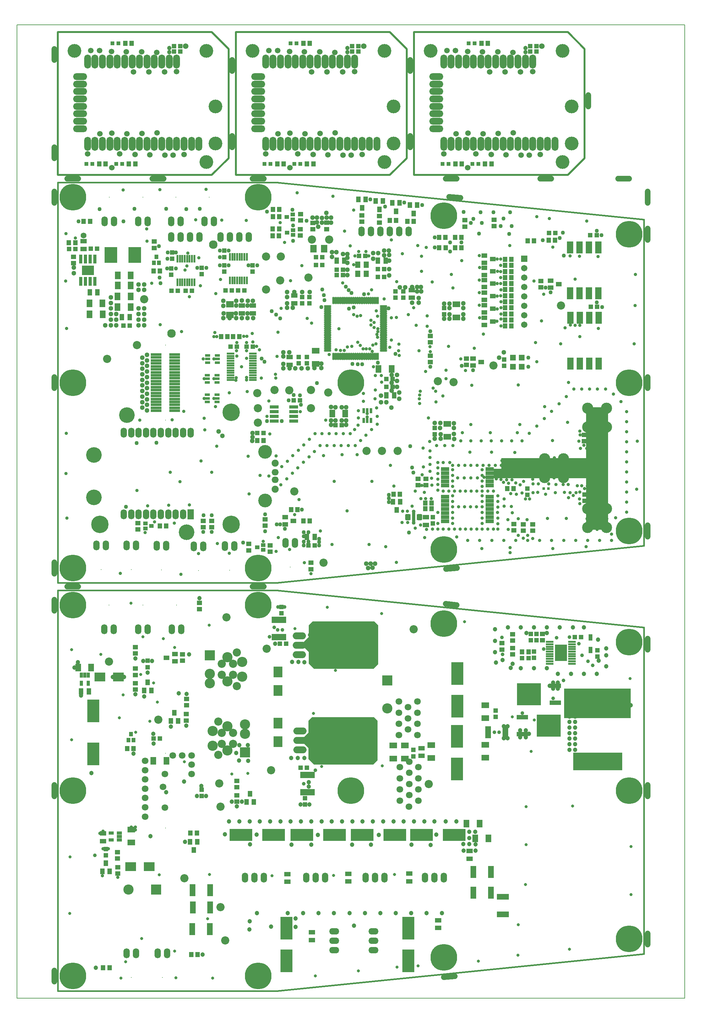
<source format=gts>
G04 Layer_Color=8388736*
%FSLAX44Y44*%
%MOMM*%
G71*
G01*
G75*
%ADD47C,0.5000*%
%ADD53C,0.2000*%
%ADD55C,0.4000*%
%ADD102C,1.3000*%
%ADD132C,1.5000*%
%ADD133R,1.4500X1.6128*%
%ADD134R,1.4478X1.6128*%
%ADD135R,5.9500X33.0500*%
%ADD136R,18.0000X8.0000*%
%ADD137R,0.8032X0.8032*%
%ADD138R,0.8032X0.8032*%
%ADD139R,3.4032X4.2032*%
%ADD140R,1.4032X1.8032*%
%ADD141R,1.6032X1.6032*%
%ADD142R,1.7032X3.2032*%
%ADD143R,1.3032X1.0032*%
%ADD144R,1.8034X2.0066*%
%ADD145R,2.0066X1.8034*%
%ADD146R,2.9032X0.7032*%
G04:AMPARAMS|DCode=147|XSize=1.3208mm|YSize=1.6256mm|CornerRadius=0.1854mm|HoleSize=0mm|Usage=FLASHONLY|Rotation=0.000|XOffset=0mm|YOffset=0mm|HoleType=Round|Shape=RoundedRectangle|*
%AMROUNDEDRECTD147*
21,1,1.3208,1.2548,0,0,0.0*
21,1,0.9500,1.6256,0,0,0.0*
1,1,0.3708,0.4750,-0.6274*
1,1,0.3708,-0.4750,-0.6274*
1,1,0.3708,-0.4750,0.6274*
1,1,0.3708,0.4750,0.6274*
%
%ADD147ROUNDEDRECTD147*%
%ADD148R,0.8382X2.8194*%
%ADD149R,1.0032X1.2032*%
%ADD150R,1.2032X1.0032*%
%ADD151R,2.1032X0.5032*%
%ADD152R,0.5032X2.0032*%
%ADD153R,1.4224X0.7620*%
%ADD154R,0.7620X1.4224*%
%ADD155R,2.1032X1.5032*%
%ADD156R,1.5032X2.1032*%
%ADD157R,1.2032X1.7032*%
%ADD158R,1.7032X1.2032*%
%ADD159R,1.2032X1.2032*%
%ADD160R,1.2032X1.2032*%
%ADD161R,0.6096X0.6032*%
%ADD162R,3.3032X2.6032*%
%ADD163R,0.8128X2.4130*%
%ADD164R,2.4130X0.8128*%
%ADD165R,1.6256X1.2192*%
%ADD166R,1.2192X1.6256*%
%ADD167R,1.2032X0.6032*%
%ADD168R,2.2032X1.0160*%
%ADD169R,1.3208X1.2192*%
%ADD170R,1.2192X1.3208*%
%ADD171O,2.0032X0.5032*%
%ADD172O,0.5032X2.0032*%
%ADD173R,1.6256X3.2766*%
%ADD174R,3.2766X1.6256*%
%ADD175R,6.4032X5.9032*%
%ADD176R,3.1032X1.3032*%
%ADD177R,0.8636X1.3208*%
%ADD178R,0.6432X1.7532*%
%ADD179R,3.2032X4.4032*%
%ADD180R,2.1032X0.6232*%
%ADD181R,1.3208X0.8636*%
%ADD182R,3.2032X6.2032*%
%ADD183R,13.2032X4.7032*%
%ADD184R,3.0032X2.4032*%
%ADD185R,2.4032X3.0032*%
%ADD186R,1.0160X1.8034*%
%ADD187R,6.2032X3.2032*%
%ADD188O,1.8032X3.8032*%
%ADD189O,3.8032X1.8032*%
%ADD190R,1.0160X1.0160*%
%ADD191R,1.2192X1.3208*%
%ADD192C,0.2032*%
%ADD193C,4.2032*%
%ADD194C,4.7032*%
%ADD195O,1.7032X2.7032*%
%ADD196R,1.7032X2.7032*%
%ADD197C,1.1032*%
%ADD198O,1.7032X2.7032*%
%ADD199C,1.9032*%
%ADD200O,1.9032X1.7032*%
%ADD201C,3.7032*%
%ADD202C,3.0032*%
%ADD203C,1.0162*%
%ADD204C,7.2032*%
%ADD205C,1.0032*%
%ADD206C,2.2032*%
%ADD207C,1.7032*%
%ADD208R,1.7032X1.7032*%
%ADD209C,0.9000*%
%ADD210C,1.1000*%
%ADD211C,2.3000*%
%ADD212C,1.5700*%
%ADD213C,0.8032*%
%ADD214O,3.5560X1.8796*%
%ADD215C,3.5052*%
%ADD216R,2.7432X2.7432*%
%ADD217C,2.7432*%
%ADD218R,2.7432X2.7432*%
%ADD219O,2.7032X1.7032*%
%ADD220C,1.8032*%
%ADD221C,1.2032*%
%ADD222C,0.9032*%
%ADD223C,1.5032*%
G36*
X1679500Y1622500D02*
X1435250Y1622500D01*
Y1622500D01*
X1414625D01*
Y1647750D01*
X1435250D01*
X1435250Y1676500D01*
X1679500Y1676500D01*
X1679500Y1622500D01*
D02*
G37*
G36*
X1200674Y1535084D02*
X1201531Y1534298D01*
X1202023Y1533244D01*
X1202048Y1532663D01*
Y1502423D01*
X1202043Y1501821D01*
X1201574Y1500713D01*
X1200717Y1499869D01*
X1199602Y1499418D01*
X1199000Y1499423D01*
X1198403Y1499423D01*
X1197301Y1499879D01*
X1196457Y1500723D01*
X1196000Y1501826D01*
Y1502423D01*
Y1532663D01*
X1196020Y1533239D01*
X1196499Y1534288D01*
X1197343Y1535074D01*
X1198424Y1535477D01*
X1199000Y1535457D01*
Y1535457D01*
X1199581Y1535482D01*
X1200674Y1535084D01*
D02*
G37*
G36*
X1103000Y1226000D02*
Y1120000D01*
X1091000Y1108000D01*
X931000D01*
X916000Y1123000D01*
X916000Y1154000D01*
X902000Y1168000D01*
X902000Y1180000D01*
X916000Y1194000D01*
Y1226000D01*
X926000Y1236000D01*
X1093000D01*
X1103000Y1226000D01*
D02*
G37*
G36*
X1102000Y968000D02*
Y862000D01*
X1090000Y850000D01*
X930000D01*
X915000Y865000D01*
X915000Y895000D01*
X901000Y909000D01*
Y922000D01*
X915000Y936000D01*
Y968000D01*
X925000Y978000D01*
X1092000D01*
X1102000Y968000D01*
D02*
G37*
D47*
X240000Y2825000D02*
Y2440000D01*
X655000D01*
X700000Y2485000D02*
X655000Y2440000D01*
X700000Y2780000D02*
Y2485000D01*
X655000Y2825000D02*
X700000Y2780000D01*
X240000Y2825000D02*
X655000D01*
X720000D02*
Y2440000D01*
X1135000D01*
X1180000Y2485000D02*
X1135000Y2440000D01*
X1180000Y2780000D02*
Y2485000D01*
X1135000Y2825000D02*
X1180000Y2780000D01*
X720000Y2825000D02*
X1135000D01*
X1200000D02*
Y2440000D01*
X1615000D01*
X1660000Y2485000D02*
X1615000Y2440000D01*
X1660000Y2780000D02*
Y2485000D01*
X1615000Y2825000D02*
X1660000Y2780000D01*
X1200000Y2825000D02*
X1615000D01*
D53*
X130000Y220000D02*
Y2845000D01*
X1930000D01*
Y220000D02*
Y2845000D01*
X130000Y220000D02*
X1930000D01*
D55*
X240000Y1340000D02*
Y2420000D01*
X830000D01*
X1820000Y2320000D01*
X240000Y1340000D02*
X830000D01*
X1820000Y1440000D02*
Y2320000D01*
X830000Y1340000D02*
X1820000Y1440000D01*
X240000Y240000D02*
Y1320000D01*
Y240000D02*
X830000D01*
X1820000Y340000D01*
X240000Y1320000D02*
X830000D01*
X1820000Y1220000D01*
Y340000D02*
Y1220000D01*
D102*
X1153805Y1900540D02*
D03*
X1111000Y1827000D02*
D03*
X1125000D02*
D03*
X1088500Y1380833D02*
D03*
X1076500Y1380500D02*
D03*
X1070750Y1392000D02*
D03*
X1094500D02*
D03*
X1082750Y1392250D02*
D03*
X764000Y1723000D02*
D03*
X764250Y1733500D02*
D03*
X764500Y1744250D02*
D03*
X848000Y1951000D02*
D03*
X1103000Y2229000D02*
D03*
X1090000D02*
D03*
Y2214000D02*
D03*
X858000Y2094000D02*
D03*
X1111000Y1845000D02*
D03*
X848000Y1962000D02*
D03*
X864000D02*
D03*
X397500Y2035000D02*
D03*
X382500D02*
D03*
X367500D02*
D03*
X397500Y2050000D02*
D03*
Y2065000D02*
D03*
X382500Y2050000D02*
D03*
Y2065000D02*
D03*
Y2080000D02*
D03*
Y2095000D02*
D03*
Y2110000D02*
D03*
X282500Y2190000D02*
D03*
Y2175000D02*
D03*
X472500Y2035000D02*
D03*
X457500D02*
D03*
X472500Y2050000D02*
D03*
X457500D02*
D03*
X472500Y2065000D02*
D03*
X457500D02*
D03*
X472500Y2080000D02*
D03*
X457500D02*
D03*
X472500Y2130000D02*
D03*
X457500D02*
D03*
X472500Y2145000D02*
D03*
X457500D02*
D03*
X480000Y1805000D02*
D03*
Y1820000D02*
D03*
Y1835000D02*
D03*
Y1850000D02*
D03*
Y1865000D02*
D03*
Y1880000D02*
D03*
Y1895000D02*
D03*
Y1910000D02*
D03*
Y1925000D02*
D03*
Y1940000D02*
D03*
Y1955000D02*
D03*
X467500Y1947500D02*
D03*
Y1932500D02*
D03*
Y1917500D02*
D03*
Y1902500D02*
D03*
Y1887500D02*
D03*
Y1872500D02*
D03*
Y1857500D02*
D03*
Y1842500D02*
D03*
Y1827500D02*
D03*
Y1812500D02*
D03*
X873000Y2082000D02*
D03*
X858000D02*
D03*
X1429250Y1947250D02*
D03*
X1442000Y1961750D02*
D03*
X964250Y2324750D02*
D03*
X976250D02*
D03*
X976500Y2311750D02*
D03*
X951750D02*
D03*
Y2324250D02*
D03*
X926750Y2324750D02*
D03*
X938500Y2325000D02*
D03*
Y2312000D02*
D03*
X963750Y2337750D02*
D03*
X942000Y2300750D02*
D03*
X857750Y2110750D02*
D03*
X857500Y2124000D02*
D03*
X877500Y2124250D02*
D03*
X898500D02*
D03*
X918500D02*
D03*
X1008500Y2227000D02*
D03*
X1020650D02*
D03*
X1020500Y2216250D02*
D03*
Y2203000D02*
D03*
Y2184750D02*
D03*
Y2170250D02*
D03*
X1119500Y2223750D02*
D03*
Y2236250D02*
D03*
X1132500D02*
D03*
X1132750Y2224000D02*
D03*
X1133000Y2209250D02*
D03*
X1133250Y2186250D02*
D03*
X1133304Y2169553D02*
D03*
X1208250Y2125750D02*
D03*
X1219000D02*
D03*
X1218750Y2137750D02*
D03*
X1208000D02*
D03*
X1194750Y2137500D02*
D03*
X1176500Y2137000D02*
D03*
X1161750D02*
D03*
X1194750Y2095750D02*
D03*
X1212750D02*
D03*
X1212500Y2108250D02*
D03*
X979250Y2219000D02*
D03*
X979000Y2232000D02*
D03*
X991000Y2232250D02*
D03*
X847750Y1930750D02*
D03*
X847500Y1918500D02*
D03*
X864250Y1918750D02*
D03*
X879500D02*
D03*
X897000Y1919000D02*
D03*
X913750D02*
D03*
X931500Y1919250D02*
D03*
X949750Y1919500D02*
D03*
Y1931250D02*
D03*
X686500Y2067000D02*
D03*
X686250Y2054000D02*
D03*
X703250D02*
D03*
X720250D02*
D03*
X735750D02*
D03*
X751000Y2066750D02*
D03*
X720000D02*
D03*
X751500Y2088000D02*
D03*
X720500D02*
D03*
X686000Y2087500D02*
D03*
X686250Y2100500D02*
D03*
X720500Y2100750D02*
D03*
X736250Y2101250D02*
D03*
X751750Y2100750D02*
D03*
X765750Y2101000D02*
D03*
X766750Y2054250D02*
D03*
X751000Y2054000D02*
D03*
X1307750Y1741250D02*
D03*
X1308000Y1728500D02*
D03*
X1271750Y1728750D02*
D03*
X1255750D02*
D03*
X1271500Y1741000D02*
D03*
X1270500Y1758000D02*
D03*
X1307250Y1757750D02*
D03*
X1307000Y1770500D02*
D03*
X1270750Y1771000D02*
D03*
X1255750D02*
D03*
X1295500Y2064500D02*
D03*
X1333000D02*
D03*
Y2052500D02*
D03*
X1295750Y2052750D02*
D03*
X1281250Y2052500D02*
D03*
X1295250Y2081250D02*
D03*
X1332750D02*
D03*
X1332500Y2093500D02*
D03*
X1295500Y2093000D02*
D03*
X1281500Y2093250D02*
D03*
X988250Y1778000D02*
D03*
Y1814000D02*
D03*
X976250Y1814250D02*
D03*
Y1778250D02*
D03*
X976000Y1766250D02*
D03*
X1005000Y1777750D02*
D03*
Y1813750D02*
D03*
X1017250D02*
D03*
Y1778000D02*
D03*
Y1766000D02*
D03*
X1139250Y1812750D02*
D03*
X1160400Y1836750D02*
D03*
Y1853250D02*
D03*
X1154250Y1869000D02*
D03*
X1154500Y1884500D02*
D03*
X1139500Y1901250D02*
D03*
Y1879500D02*
D03*
X1140000Y1858250D02*
D03*
X683250Y1736250D02*
D03*
X673250Y1748250D02*
D03*
D132*
X1295038Y2380872D02*
X1324924Y2378257D01*
X1280314Y276617D02*
X1310200Y279231D01*
X1830000Y2365000D02*
Y2395000D01*
X1750000Y2430000D02*
X1780000D01*
X1540000D02*
X1570000D01*
X1285000D02*
X1315000D01*
X495000D02*
X525000D01*
X765000D02*
X795000D01*
X1670000Y2625000D02*
Y2655000D01*
X1190000Y2720000D02*
Y2750000D01*
Y2515000D02*
Y2545000D01*
X710000Y2515000D02*
Y2545000D01*
Y2720000D02*
Y2750000D01*
X230000D02*
Y2780000D01*
Y2485000D02*
Y2515000D01*
Y2365000D02*
Y2395000D01*
Y1865000D02*
Y1895000D01*
Y1365000D02*
Y1395000D01*
Y1265000D02*
Y1295000D01*
Y765000D02*
Y795000D01*
Y265000D02*
Y295000D01*
X1830000Y365000D02*
Y395000D01*
Y765000D02*
Y795000D01*
Y1160000D02*
Y1190000D01*
Y2265000D02*
Y2295000D01*
Y1865000D02*
Y1895000D01*
Y1465000D02*
Y1495000D01*
X1285314Y1283231D02*
X1315200Y1280617D01*
X1286314Y1377617D02*
X1316200Y1380231D01*
X765000Y1330000D02*
X795000D01*
X265000Y2430000D02*
X295000D01*
X265000Y1330000D02*
X295000D01*
D133*
X1183750Y1517487D02*
D03*
D134*
X1214367D02*
D03*
D135*
X1693250Y1648750D02*
D03*
D136*
X1694000Y1015000D02*
D03*
D137*
X1693613Y1682065D02*
D03*
Y1694315D02*
D03*
X1693599Y1618120D02*
D03*
Y1605870D02*
D03*
X1505500Y1649500D02*
D03*
Y1637250D02*
D03*
D138*
X1642000Y1650250D02*
D03*
X1654250D02*
D03*
X1562000Y1594250D02*
D03*
X1549750D02*
D03*
X1693500Y1724500D02*
D03*
X1681250D02*
D03*
X1693500Y1577000D02*
D03*
X1681250D02*
D03*
D139*
X447500Y2224500D02*
D03*
X382500D02*
D03*
D140*
X1071250Y2197750D02*
D03*
X1048250D02*
D03*
Y2173750D02*
D03*
X1071250D02*
D03*
D141*
X1466500Y1923250D02*
D03*
X1490500D02*
D03*
Y1947250D02*
D03*
X1466500D02*
D03*
D142*
X1697900Y1931000D02*
D03*
X1672500D02*
D03*
X1647100D02*
D03*
X1621700D02*
D03*
Y2055000D02*
D03*
X1647100D02*
D03*
X1672500D02*
D03*
X1697900D02*
D03*
X1697100Y2121000D02*
D03*
X1671700D02*
D03*
X1646300D02*
D03*
X1620900D02*
D03*
Y2245000D02*
D03*
X1646300D02*
D03*
X1671700D02*
D03*
X1697100D02*
D03*
D143*
X1461000Y1649500D02*
D03*
X1444000D02*
D03*
Y1635500D02*
D03*
X1461000D02*
D03*
D144*
X929030Y2241250D02*
D03*
X957474D02*
D03*
D145*
X703500Y2091220D02*
D03*
Y2062776D02*
D03*
D146*
X505000Y1804000D02*
D03*
X555000D02*
D03*
X505000Y1812000D02*
D03*
X555000D02*
D03*
X505000Y1820000D02*
D03*
X555000D02*
D03*
X505000Y1828000D02*
D03*
X555000D02*
D03*
X505000Y1836000D02*
D03*
X555000D02*
D03*
X505000Y1844000D02*
D03*
X555000D02*
D03*
X505000Y1852000D02*
D03*
X555000D02*
D03*
X505000Y1860000D02*
D03*
X555000D02*
D03*
X505000Y1868000D02*
D03*
X555000D02*
D03*
X505000Y1876000D02*
D03*
X555000D02*
D03*
X505000Y1884000D02*
D03*
X555000D02*
D03*
X505000Y1892000D02*
D03*
X555000D02*
D03*
X505000Y1900000D02*
D03*
X555000D02*
D03*
X505000Y1908000D02*
D03*
X555000D02*
D03*
X505000Y1916000D02*
D03*
X555000D02*
D03*
X505000Y1924000D02*
D03*
X555000D02*
D03*
X505000Y1932000D02*
D03*
X555000D02*
D03*
X505000Y1940000D02*
D03*
X555000D02*
D03*
X505000Y1948000D02*
D03*
X555000D02*
D03*
Y1956000D02*
D03*
X505000D02*
D03*
D147*
X1183000Y1517423D02*
D03*
X1215002D02*
D03*
D148*
X1199000D02*
D03*
D149*
X505500Y2219000D02*
D03*
X512000Y2203000D02*
D03*
X499000D02*
D03*
X437000Y932500D02*
D03*
X443500Y916500D02*
D03*
X430500D02*
D03*
D150*
X857000Y2326750D02*
D03*
X873000Y2333250D02*
D03*
Y2320250D02*
D03*
X857750Y2284750D02*
D03*
X873750Y2291250D02*
D03*
Y2278250D02*
D03*
X491750Y1493500D02*
D03*
X475750Y1487000D02*
D03*
Y1500000D02*
D03*
X777500Y1435750D02*
D03*
X793500Y1442250D02*
D03*
Y1429250D02*
D03*
D151*
X765250Y1887000D02*
D03*
Y1893500D02*
D03*
Y1900000D02*
D03*
Y1906500D02*
D03*
Y1913000D02*
D03*
Y1919500D02*
D03*
Y1926000D02*
D03*
Y1932500D02*
D03*
Y1939000D02*
D03*
Y1945500D02*
D03*
Y1952000D02*
D03*
Y1958500D02*
D03*
X705250Y1887000D02*
D03*
Y1893500D02*
D03*
Y1900000D02*
D03*
Y1906500D02*
D03*
Y1913000D02*
D03*
Y1919500D02*
D03*
Y1926000D02*
D03*
Y1932500D02*
D03*
Y1939000D02*
D03*
Y1945500D02*
D03*
Y1952000D02*
D03*
Y1958500D02*
D03*
D152*
X749250Y2219000D02*
D03*
X742750D02*
D03*
X736250D02*
D03*
X729750D02*
D03*
X723250D02*
D03*
X716750D02*
D03*
X710250D02*
D03*
X703750D02*
D03*
X749250Y2156000D02*
D03*
X742750D02*
D03*
X736250D02*
D03*
X729750D02*
D03*
X723250D02*
D03*
X716750D02*
D03*
X710250D02*
D03*
X703750D02*
D03*
X607750Y2214000D02*
D03*
X601250D02*
D03*
X594750D02*
D03*
X588250D02*
D03*
X581750D02*
D03*
X575250D02*
D03*
X568750D02*
D03*
X562250D02*
D03*
X607750Y2151000D02*
D03*
X601250D02*
D03*
X594750D02*
D03*
X588250D02*
D03*
X581750D02*
D03*
X575250D02*
D03*
X568750D02*
D03*
X562250D02*
D03*
D153*
X643000Y1847250D02*
D03*
Y1837750D02*
D03*
Y1828098D02*
D03*
X669208D02*
D03*
Y1837750D02*
D03*
Y1847250D02*
D03*
X643000Y1900000D02*
D03*
Y1890500D02*
D03*
Y1880848D02*
D03*
X669208D02*
D03*
Y1890500D02*
D03*
Y1900000D02*
D03*
X643750Y1953250D02*
D03*
Y1943750D02*
D03*
Y1934098D02*
D03*
X669958D02*
D03*
Y1943750D02*
D03*
Y1953250D02*
D03*
D154*
X1064500Y1778000D02*
D03*
X1074000D02*
D03*
X1083652D02*
D03*
Y1804208D02*
D03*
X1074000D02*
D03*
X1064500D02*
D03*
D155*
X1290000Y1733750D02*
D03*
Y1768750D02*
D03*
X1314250Y2091000D02*
D03*
Y2056000D02*
D03*
X935250Y1965750D02*
D03*
Y1930750D02*
D03*
X1392000Y1010500D02*
D03*
Y975500D02*
D03*
X1246000Y867500D02*
D03*
Y902500D02*
D03*
X1392000Y868500D02*
D03*
Y903500D02*
D03*
X437750Y640250D02*
D03*
Y675250D02*
D03*
X1175000Y866500D02*
D03*
Y901500D02*
D03*
X1144000Y866500D02*
D03*
Y901500D02*
D03*
D156*
X325000Y2094000D02*
D03*
X360000D02*
D03*
X325500Y2064000D02*
D03*
X360500D02*
D03*
X435750Y2083500D02*
D03*
X400750D02*
D03*
X436000Y2112750D02*
D03*
X401000D02*
D03*
X436250Y2142000D02*
D03*
X401250D02*
D03*
X436500Y2169500D02*
D03*
X401500D02*
D03*
X1104500Y1917000D02*
D03*
X1139500D02*
D03*
X979500Y1796500D02*
D03*
X1014500D02*
D03*
X329500Y1112000D02*
D03*
X294500D02*
D03*
X1376500Y691000D02*
D03*
X1341500D02*
D03*
X1400250Y651500D02*
D03*
X1365250D02*
D03*
X532500Y860000D02*
D03*
X497500D02*
D03*
D157*
X911250Y1464000D02*
D03*
X932250D02*
D03*
X1146250Y1845750D02*
D03*
X1125250D02*
D03*
X1012250Y2209000D02*
D03*
X991250D02*
D03*
X346750Y2123750D02*
D03*
X325750D02*
D03*
X412750Y2057000D02*
D03*
X433750D02*
D03*
X1123500Y2209000D02*
D03*
X1102500D02*
D03*
X302750Y1047750D02*
D03*
X323750D02*
D03*
D158*
X877250Y2114750D02*
D03*
Y2093750D02*
D03*
X309250Y2261750D02*
D03*
Y2240750D02*
D03*
X1194250Y2129750D02*
D03*
Y2108750D02*
D03*
X864250Y1927750D02*
D03*
Y1948750D02*
D03*
X735750Y2067000D02*
D03*
Y2088000D02*
D03*
X765750Y2067000D02*
D03*
Y2088000D02*
D03*
X1231750Y1496250D02*
D03*
Y1517250D02*
D03*
X1350000Y617500D02*
D03*
Y596500D02*
D03*
X1220000Y894500D02*
D03*
Y873500D02*
D03*
X925000Y398000D02*
D03*
Y377000D02*
D03*
X1265000Y430500D02*
D03*
Y409500D02*
D03*
X858500Y555000D02*
D03*
Y534000D02*
D03*
X1187250Y556250D02*
D03*
Y535250D02*
D03*
X1023250Y555750D02*
D03*
Y534750D02*
D03*
X362000Y664750D02*
D03*
Y643750D02*
D03*
D159*
X932250Y1441500D02*
D03*
X915250D02*
D03*
X722000Y1977000D02*
D03*
X705000D02*
D03*
X765250D02*
D03*
X748250D02*
D03*
X692000Y2128500D02*
D03*
X709000D02*
D03*
X743000D02*
D03*
X726000D02*
D03*
X777250Y1744000D02*
D03*
X794250D02*
D03*
X875500Y1832500D02*
D03*
X892500D02*
D03*
X416500Y2034000D02*
D03*
X433500D02*
D03*
X287000Y2240250D02*
D03*
X270000D02*
D03*
X345750Y2241000D02*
D03*
X328750D02*
D03*
X935500Y2196750D02*
D03*
X952500D02*
D03*
Y2218000D02*
D03*
X935500D02*
D03*
X1125250Y1889750D02*
D03*
X1142250D02*
D03*
Y1868750D02*
D03*
X1125250D02*
D03*
X991250Y2169750D02*
D03*
X1008250D02*
D03*
Y2184750D02*
D03*
X991250D02*
D03*
X1102500Y2165000D02*
D03*
X1119500D02*
D03*
Y2186000D02*
D03*
X1102500D02*
D03*
X1580500Y2283750D02*
D03*
X1563500D02*
D03*
X1051500Y2222000D02*
D03*
X1068500D02*
D03*
X584000Y2127500D02*
D03*
X601000D02*
D03*
X563500D02*
D03*
X546500D02*
D03*
X1005250Y1765500D02*
D03*
X988250D02*
D03*
X1676500Y2084500D02*
D03*
X1693500D02*
D03*
X1692250Y2277250D02*
D03*
X1675250D02*
D03*
X894500Y842000D02*
D03*
X911500D02*
D03*
X1508500Y1137000D02*
D03*
X1491500D02*
D03*
X498000Y920500D02*
D03*
X515000D02*
D03*
X1650500Y1194000D02*
D03*
X1633500D02*
D03*
X838250Y1176250D02*
D03*
X855250D02*
D03*
X570000Y2787250D02*
D03*
X553000D02*
D03*
Y2773000D02*
D03*
X570000D02*
D03*
X1050000Y2787250D02*
D03*
X1033000D02*
D03*
Y2773000D02*
D03*
X1050000D02*
D03*
X1530000Y2787250D02*
D03*
X1513000D02*
D03*
Y2773000D02*
D03*
X1530000D02*
D03*
D160*
X1442500Y1942500D02*
D03*
Y1925500D02*
D03*
X1255750Y1741000D02*
D03*
Y1758000D02*
D03*
X765000Y2196000D02*
D03*
Y2179000D02*
D03*
X688500D02*
D03*
Y2196000D02*
D03*
X627500Y2189750D02*
D03*
Y2172750D02*
D03*
X545500Y2171000D02*
D03*
Y2188000D02*
D03*
X688500Y2235750D02*
D03*
Y2218750D02*
D03*
X1281250Y2081250D02*
D03*
Y2064250D02*
D03*
X1171250Y2108750D02*
D03*
Y2125750D02*
D03*
X1150250D02*
D03*
Y2108750D02*
D03*
X911250Y1948750D02*
D03*
Y1931750D02*
D03*
X889250D02*
D03*
Y1948750D02*
D03*
X918250Y2093750D02*
D03*
Y2110750D02*
D03*
X898250D02*
D03*
Y2093750D02*
D03*
X547500Y2214000D02*
D03*
Y2231000D02*
D03*
X1505250Y1594250D02*
D03*
Y1577250D02*
D03*
X1659503Y1561380D02*
D03*
Y1578380D02*
D03*
X1657865Y1721965D02*
D03*
Y1738965D02*
D03*
X1251000Y1500000D02*
D03*
Y1517000D02*
D03*
X482000Y1113000D02*
D03*
Y1130000D02*
D03*
X627250Y765750D02*
D03*
Y782750D02*
D03*
X906250Y759500D02*
D03*
Y742500D02*
D03*
X1523000Y1138000D02*
D03*
Y1155000D02*
D03*
X1515000Y1202500D02*
D03*
Y1185500D02*
D03*
X1530000D02*
D03*
Y1202500D02*
D03*
X842250Y1275250D02*
D03*
Y1258250D02*
D03*
X1694000Y1141500D02*
D03*
Y1158500D02*
D03*
X1420000Y978500D02*
D03*
Y995500D02*
D03*
X1198000Y872500D02*
D03*
Y889500D02*
D03*
X369000Y622500D02*
D03*
Y605500D02*
D03*
D161*
X1483000Y1650000D02*
D03*
Y1660000D02*
D03*
D162*
X321000Y2183000D02*
D03*
D163*
X327350Y2213000D02*
D03*
Y2153000D02*
D03*
X340050Y2213000D02*
D03*
X314650D02*
D03*
X301950D02*
D03*
X340050Y2153000D02*
D03*
X314650D02*
D03*
X301950D02*
D03*
D164*
X823500Y1801850D02*
D03*
X875662D02*
D03*
X823500Y1814550D02*
D03*
Y1789150D02*
D03*
Y1776450D02*
D03*
X875662Y1814550D02*
D03*
Y1789150D02*
D03*
Y1776450D02*
D03*
D165*
X1359250Y1945000D02*
D03*
Y1925848D02*
D03*
X1381426Y1935500D02*
D03*
X1389886Y2054636D02*
D03*
Y2035484D02*
D03*
X1412062Y2045136D02*
D03*
X1389886Y2088636D02*
D03*
Y2069484D02*
D03*
X1412062Y2079136D02*
D03*
X1389886Y2122636D02*
D03*
Y2103484D02*
D03*
X1412062Y2113136D02*
D03*
X1389886Y2156636D02*
D03*
Y2137484D02*
D03*
X1412062Y2147136D02*
D03*
X1389886Y2189636D02*
D03*
Y2170484D02*
D03*
X1412062Y2180136D02*
D03*
X1389886Y2222636D02*
D03*
Y2203484D02*
D03*
X1412062Y2213136D02*
D03*
X1568000Y2155000D02*
D03*
Y2135848D02*
D03*
X1590176Y2145500D02*
D03*
X852500Y1517000D02*
D03*
Y1497848D02*
D03*
X874676Y1507500D02*
D03*
X555250Y1128750D02*
D03*
Y1147902D02*
D03*
X533074Y1138250D02*
D03*
D166*
X1069500Y2373750D02*
D03*
X1050348D02*
D03*
X1060000Y2351574D02*
D03*
X1116000Y2369500D02*
D03*
X1096848D02*
D03*
X1106500Y2347324D02*
D03*
X1161000Y2364500D02*
D03*
X1141848D02*
D03*
X1151500Y2342324D02*
D03*
X1208250Y2358500D02*
D03*
X1189098D02*
D03*
X1198750Y2336324D02*
D03*
X1162500Y1558750D02*
D03*
X1143348D02*
D03*
X1153000Y1536574D02*
D03*
X615500Y641750D02*
D03*
X596348D02*
D03*
X606000Y619574D02*
D03*
X472750Y1049750D02*
D03*
X491902D02*
D03*
X482250Y1071926D02*
D03*
X748750Y749500D02*
D03*
X767902D02*
D03*
X758250Y771676D02*
D03*
X544500Y967750D02*
D03*
X563652D02*
D03*
X554000Y989926D02*
D03*
X360000Y562500D02*
D03*
X379152D02*
D03*
X369500Y584676D02*
D03*
D167*
X1671500Y1650250D02*
D03*
X1693500D02*
D03*
X1671500Y1643750D02*
D03*
Y1656750D02*
D03*
X1693500D02*
D03*
Y1643750D02*
D03*
D168*
X1404198Y1506500D02*
D03*
Y1517500D02*
D03*
Y1528500D02*
D03*
Y1539500D02*
D03*
Y1550500D02*
D03*
Y1561500D02*
D03*
Y1572500D02*
D03*
Y1602662D02*
D03*
Y1613584D02*
D03*
Y1624506D02*
D03*
Y1635682D02*
D03*
Y1646604D02*
D03*
X1284000D02*
D03*
Y1635682D02*
D03*
Y1624506D02*
D03*
Y1613584D02*
D03*
Y1602662D02*
D03*
Y1572500D02*
D03*
Y1561500D02*
D03*
Y1550500D02*
D03*
Y1506500D02*
D03*
Y1517500D02*
D03*
Y1528500D02*
D03*
Y1539500D02*
D03*
D169*
X499250Y2243250D02*
D03*
Y2260386D02*
D03*
X1541750Y2154000D02*
D03*
Y2136864D02*
D03*
X1341250Y1945000D02*
D03*
Y1927864D02*
D03*
X1336750Y2318000D02*
D03*
Y2300864D02*
D03*
X1059500Y2313750D02*
D03*
Y2330886D02*
D03*
X1106500Y2311750D02*
D03*
Y2328886D02*
D03*
X281750Y2202000D02*
D03*
Y2219136D02*
D03*
X1210500Y1621000D02*
D03*
Y1603864D02*
D03*
X1231750Y1621000D02*
D03*
Y1603864D02*
D03*
X927000Y2311000D02*
D03*
Y2293864D02*
D03*
X964250Y2294000D02*
D03*
Y2311136D02*
D03*
X1469250Y1498500D02*
D03*
Y1481364D02*
D03*
X1243500Y1988750D02*
D03*
Y2005886D02*
D03*
X1244000Y1952500D02*
D03*
Y1935364D02*
D03*
X894000Y2334136D02*
D03*
Y2317000D02*
D03*
X893250Y2294000D02*
D03*
Y2276864D02*
D03*
X1494500Y1498000D02*
D03*
Y1480864D02*
D03*
X1520000Y1497750D02*
D03*
Y1480614D02*
D03*
X1415500Y2319000D02*
D03*
Y2301864D02*
D03*
X455250Y1501250D02*
D03*
Y1484114D02*
D03*
X922500Y1377000D02*
D03*
Y1394136D02*
D03*
X798500Y1511500D02*
D03*
Y1494364D02*
D03*
X632000Y1507500D02*
D03*
Y1490364D02*
D03*
X654250Y1507500D02*
D03*
Y1490364D02*
D03*
X754750Y1445000D02*
D03*
Y1427864D02*
D03*
X812500Y1423750D02*
D03*
Y1440886D02*
D03*
X448750Y1149750D02*
D03*
Y1166886D02*
D03*
Y1052250D02*
D03*
Y1069386D02*
D03*
X448750Y1091750D02*
D03*
Y1108886D02*
D03*
X722750Y750250D02*
D03*
Y767386D02*
D03*
Y789000D02*
D03*
Y806136D02*
D03*
X621500Y1286500D02*
D03*
Y1269364D02*
D03*
X576250Y1130000D02*
D03*
Y1147136D02*
D03*
X586250Y969000D02*
D03*
Y986136D02*
D03*
X1466000Y1201500D02*
D03*
Y1184364D02*
D03*
X1546000Y1202500D02*
D03*
Y1185364D02*
D03*
X586500Y1010000D02*
D03*
Y1027136D02*
D03*
X1466000Y1164500D02*
D03*
Y1147364D02*
D03*
X1437000Y1177500D02*
D03*
Y1160364D02*
D03*
X401250Y556250D02*
D03*
Y573386D02*
D03*
X401000Y597000D02*
D03*
Y614136D02*
D03*
D170*
X777000Y1723500D02*
D03*
X794136D02*
D03*
X1268000Y2244000D02*
D03*
X1285136D02*
D03*
X1310500D02*
D03*
X1327636D02*
D03*
X1445250Y2032636D02*
D03*
X1462386D02*
D03*
X1445250Y2065364D02*
D03*
X1462386D02*
D03*
X1445250Y2098091D02*
D03*
X1462386D02*
D03*
X1445250Y2130818D02*
D03*
X1462386D02*
D03*
X1445250Y2163545D02*
D03*
X1462386D02*
D03*
X1445250Y2196273D02*
D03*
X1462386D02*
D03*
Y2049000D02*
D03*
X1445250D02*
D03*
X1462386Y2081727D02*
D03*
X1445250D02*
D03*
X1462386Y2114454D02*
D03*
X1445250D02*
D03*
X1462386Y2147182D02*
D03*
X1445250D02*
D03*
X1462386Y2179636D02*
D03*
X1445250D02*
D03*
X1462386Y2212636D02*
D03*
X1445250D02*
D03*
X1134750Y2317750D02*
D03*
X1151886D02*
D03*
X1182000Y2314750D02*
D03*
X1199136D02*
D03*
X269750Y2257500D02*
D03*
X286886D02*
D03*
X1506500Y2262750D02*
D03*
X1523636D02*
D03*
X1563250Y2263750D02*
D03*
X1580386D02*
D03*
X1230500Y1540000D02*
D03*
X1247636D02*
D03*
X1230500Y1555000D02*
D03*
X1247636D02*
D03*
X712250Y2004500D02*
D03*
X729386D02*
D03*
X918750Y1507500D02*
D03*
X901614D02*
D03*
X836500Y2346750D02*
D03*
X819364D02*
D03*
X837000Y2327500D02*
D03*
X819864D02*
D03*
X836250Y2294750D02*
D03*
X819114D02*
D03*
X836000Y2275750D02*
D03*
X818864D02*
D03*
X309500Y2314500D02*
D03*
X326636D02*
D03*
X515000Y2181000D02*
D03*
X497864D02*
D03*
X697250Y2004250D02*
D03*
X680114D02*
D03*
X514500Y1493500D02*
D03*
X531636D02*
D03*
X868500Y1537750D02*
D03*
X885636D02*
D03*
X1162000Y1578750D02*
D03*
X1144864D02*
D03*
X1451000Y1594250D02*
D03*
X1468136D02*
D03*
X1267750Y2271500D02*
D03*
X1284886D02*
D03*
X1310500D02*
D03*
X1327636D02*
D03*
X444000Y893250D02*
D03*
X426864D02*
D03*
X616500Y337750D02*
D03*
X599364D02*
D03*
X614500Y665750D02*
D03*
X597364D02*
D03*
X1491500Y1154000D02*
D03*
X1508636D02*
D03*
X362000Y302500D02*
D03*
X379136D02*
D03*
D171*
X1117750Y2086250D02*
D03*
Y2081250D02*
D03*
Y2076250D02*
D03*
Y2071250D02*
D03*
Y2066250D02*
D03*
Y2061250D02*
D03*
Y2056250D02*
D03*
Y2051250D02*
D03*
Y2046250D02*
D03*
Y2041250D02*
D03*
Y2036250D02*
D03*
Y2031250D02*
D03*
Y2026250D02*
D03*
Y2021250D02*
D03*
Y2016250D02*
D03*
Y2011250D02*
D03*
Y2006250D02*
D03*
Y2001250D02*
D03*
Y1996250D02*
D03*
Y1991250D02*
D03*
Y1986250D02*
D03*
Y1981250D02*
D03*
Y1976250D02*
D03*
Y1971250D02*
D03*
Y1966250D02*
D03*
X966750D02*
D03*
Y1971250D02*
D03*
Y1976250D02*
D03*
Y1981250D02*
D03*
Y1986250D02*
D03*
Y1991250D02*
D03*
Y1996250D02*
D03*
Y2001250D02*
D03*
Y2006250D02*
D03*
Y2011250D02*
D03*
Y2016250D02*
D03*
Y2021250D02*
D03*
Y2026250D02*
D03*
Y2031250D02*
D03*
Y2036250D02*
D03*
Y2041250D02*
D03*
Y2046250D02*
D03*
Y2051250D02*
D03*
Y2056250D02*
D03*
Y2061250D02*
D03*
Y2066250D02*
D03*
Y2071250D02*
D03*
Y2076250D02*
D03*
Y2081250D02*
D03*
Y2086250D02*
D03*
D172*
X1102250Y1950750D02*
D03*
X1097250D02*
D03*
X1092250D02*
D03*
X1087250D02*
D03*
X1082250D02*
D03*
X1077250D02*
D03*
X1072250D02*
D03*
X1067250D02*
D03*
X1062250D02*
D03*
X1057250D02*
D03*
X1052250D02*
D03*
X1047250D02*
D03*
X1042250D02*
D03*
X1037250D02*
D03*
X1032250D02*
D03*
X1027250D02*
D03*
X1022250D02*
D03*
X1017250D02*
D03*
X1012250D02*
D03*
X1007250D02*
D03*
X1002250D02*
D03*
X997250D02*
D03*
X992250D02*
D03*
X987250D02*
D03*
X982250D02*
D03*
Y2101750D02*
D03*
X987250D02*
D03*
X992250D02*
D03*
X997250D02*
D03*
X1002250D02*
D03*
X1007250D02*
D03*
X1012250D02*
D03*
X1017250D02*
D03*
X1022250D02*
D03*
X1027250D02*
D03*
X1032250D02*
D03*
X1037250D02*
D03*
X1042250D02*
D03*
X1047250D02*
D03*
X1052250D02*
D03*
X1057250D02*
D03*
X1062250D02*
D03*
X1067250D02*
D03*
X1072250D02*
D03*
X1077250D02*
D03*
X1082250D02*
D03*
X1087250D02*
D03*
X1092250D02*
D03*
X1097250D02*
D03*
X1102250D02*
D03*
D173*
X649250Y406500D02*
D03*
X602128D02*
D03*
X1399500Y937000D02*
D03*
X1446622D02*
D03*
X650500Y464500D02*
D03*
X603378D02*
D03*
X650250Y511250D02*
D03*
X603128D02*
D03*
X1360250Y560250D02*
D03*
X1407372D02*
D03*
X1360250Y505000D02*
D03*
X1407372D02*
D03*
D174*
X1439250Y446500D02*
D03*
Y493622D02*
D03*
D175*
X1510000Y1039860D02*
D03*
X1563000Y955500D02*
D03*
D176*
X1581000Y1062720D02*
D03*
Y1017000D02*
D03*
X1492000Y932640D02*
D03*
Y978360D02*
D03*
D177*
X302848Y1069324D02*
D03*
Y1091500D02*
D03*
X312500D02*
D03*
X322000Y1069324D02*
D03*
Y1091500D02*
D03*
D178*
X929250Y822000D02*
D03*
X922750D02*
D03*
X916250D02*
D03*
X909750D02*
D03*
X903250D02*
D03*
X896750D02*
D03*
X929250Y775500D02*
D03*
X922750D02*
D03*
X916250D02*
D03*
X909750D02*
D03*
X903250D02*
D03*
X896750D02*
D03*
X819500Y1193750D02*
D03*
X826000D02*
D03*
X832500D02*
D03*
X839000D02*
D03*
X845500D02*
D03*
X852000D02*
D03*
X819500Y1240250D02*
D03*
X826000D02*
D03*
X832500D02*
D03*
X839000D02*
D03*
X845500D02*
D03*
X852000D02*
D03*
D179*
X1596000Y1151650D02*
D03*
D180*
X1626000Y1181000D02*
D03*
Y1174396D02*
D03*
Y1167792D02*
D03*
Y1161442D02*
D03*
Y1154838D02*
D03*
Y1148488D02*
D03*
Y1141884D02*
D03*
Y1135280D02*
D03*
Y1128930D02*
D03*
Y1122326D02*
D03*
X1566000Y1122326D02*
D03*
Y1128930D02*
D03*
Y1135280D02*
D03*
Y1141884D02*
D03*
Y1148488D02*
D03*
Y1154838D02*
D03*
Y1161442D02*
D03*
Y1167792D02*
D03*
Y1174396D02*
D03*
Y1181000D02*
D03*
D181*
X383824Y665902D02*
D03*
X406000D02*
D03*
Y656250D02*
D03*
X383824Y646750D02*
D03*
X406000D02*
D03*
D182*
X335000Y995000D02*
D03*
Y879000D02*
D03*
X1317000Y1096000D02*
D03*
Y1008000D02*
D03*
X1316000Y838000D02*
D03*
Y926000D02*
D03*
X856500Y321000D02*
D03*
Y409000D02*
D03*
X1185000Y321000D02*
D03*
Y409000D02*
D03*
D183*
X1695000Y859000D02*
D03*
Y1029000D02*
D03*
D184*
X353250Y1086500D02*
D03*
X403250D02*
D03*
X486000Y575000D02*
D03*
X436000D02*
D03*
D185*
X833000Y912000D02*
D03*
Y962000D02*
D03*
Y1100000D02*
D03*
Y1050000D02*
D03*
D186*
X1676000Y1193000D02*
D03*
Y1158982D02*
D03*
D187*
X821750Y660750D02*
D03*
X733750D02*
D03*
X985500D02*
D03*
X897500D02*
D03*
X1148500D02*
D03*
X1060500D02*
D03*
X1308000D02*
D03*
X1220000D02*
D03*
D188*
X620000Y2524000D02*
D03*
X600000D02*
D03*
X580000D02*
D03*
X560000D02*
D03*
X540000D02*
D03*
X520000D02*
D03*
X500000D02*
D03*
X480000D02*
D03*
X460000D02*
D03*
X440000D02*
D03*
X420000D02*
D03*
X400000D02*
D03*
X380000D02*
D03*
X360000Y2524000D02*
D03*
X340000D02*
D03*
X320000D02*
D03*
X320000Y2746000D02*
D03*
X340000D02*
D03*
X360000D02*
D03*
X380000D02*
D03*
X400000D02*
D03*
X420000D02*
D03*
X440000D02*
D03*
X460000D02*
D03*
X480000D02*
D03*
X500000D02*
D03*
X520000D02*
D03*
X540000D02*
D03*
X560000D02*
D03*
X1100000Y2524000D02*
D03*
X1080000D02*
D03*
X1060000D02*
D03*
X1040000D02*
D03*
X1020000D02*
D03*
X1000000D02*
D03*
X980000D02*
D03*
X960000D02*
D03*
X940000D02*
D03*
X920000D02*
D03*
X900000D02*
D03*
X880000D02*
D03*
X860000D02*
D03*
X840000Y2524000D02*
D03*
X820000D02*
D03*
X800000D02*
D03*
X800000Y2746000D02*
D03*
X820000D02*
D03*
X840000D02*
D03*
X860000D02*
D03*
X880000D02*
D03*
X900000D02*
D03*
X920000D02*
D03*
X940000D02*
D03*
X960000D02*
D03*
X980000D02*
D03*
X1000000D02*
D03*
X1020000D02*
D03*
X1040000D02*
D03*
X1580000Y2524000D02*
D03*
X1560000D02*
D03*
X1540000D02*
D03*
X1520000D02*
D03*
X1500000D02*
D03*
X1480000D02*
D03*
X1460000D02*
D03*
X1440000D02*
D03*
X1420000D02*
D03*
X1400000D02*
D03*
X1380000D02*
D03*
X1360000D02*
D03*
X1340000D02*
D03*
X1320000Y2524000D02*
D03*
X1300000D02*
D03*
X1280000D02*
D03*
X1280000Y2746000D02*
D03*
X1300000D02*
D03*
X1320000D02*
D03*
X1340000D02*
D03*
X1360000D02*
D03*
X1380000D02*
D03*
X1400000D02*
D03*
X1420000D02*
D03*
X1440000D02*
D03*
X1460000D02*
D03*
X1480000D02*
D03*
X1500000D02*
D03*
X1520000D02*
D03*
D189*
X300000Y2565000D02*
D03*
Y2585000D02*
D03*
Y2605000D02*
D03*
Y2625000D02*
D03*
Y2645000D02*
D03*
X300000Y2665000D02*
D03*
Y2685000D02*
D03*
Y2705000D02*
D03*
X780000Y2565000D02*
D03*
Y2585000D02*
D03*
Y2605000D02*
D03*
Y2625000D02*
D03*
Y2645000D02*
D03*
X780000Y2665000D02*
D03*
Y2685000D02*
D03*
Y2705000D02*
D03*
X1260000Y2565000D02*
D03*
Y2585000D02*
D03*
Y2605000D02*
D03*
Y2625000D02*
D03*
Y2645000D02*
D03*
X1260000Y2665000D02*
D03*
Y2685000D02*
D03*
Y2705000D02*
D03*
D190*
X387000Y2795000D02*
D03*
X403128D02*
D03*
X397000Y2470000D02*
D03*
X413128D02*
D03*
X317000D02*
D03*
X333128D02*
D03*
X867000Y2795000D02*
D03*
X883128D02*
D03*
X877000Y2470000D02*
D03*
X893128D02*
D03*
X797000D02*
D03*
X813128D02*
D03*
X1347000Y2795000D02*
D03*
X1363128D02*
D03*
X1357000Y2470000D02*
D03*
X1373128D02*
D03*
X1277000D02*
D03*
X1293128D02*
D03*
D191*
X421500Y2795000D02*
D03*
X438636D02*
D03*
X431500Y2470000D02*
D03*
X448636D02*
D03*
X351500D02*
D03*
X368636D02*
D03*
X901500Y2795000D02*
D03*
X918636D02*
D03*
X911500Y2470000D02*
D03*
X928636D02*
D03*
X831500D02*
D03*
X848636D02*
D03*
X1381500Y2795000D02*
D03*
X1398636D02*
D03*
X1391500Y2470000D02*
D03*
X1408636D02*
D03*
X1311500D02*
D03*
X1328636D02*
D03*
D192*
X1324924Y2378257D02*
D03*
X1314962Y2379128D02*
D03*
X1295038Y2380872D02*
D03*
X1305000Y2380000D02*
D03*
X1280314Y276617D02*
D03*
X1290276Y277488D02*
D03*
X1310200Y279231D02*
D03*
X1300238Y278360D02*
D03*
X1830000Y2365000D02*
D03*
Y2375000D02*
D03*
Y2395000D02*
D03*
Y2385000D02*
D03*
X1770000Y2430000D02*
D03*
X1780000D02*
D03*
X1760000D02*
D03*
X1750000D02*
D03*
X1540000D02*
D03*
X1550000D02*
D03*
X1570000D02*
D03*
X1560000D02*
D03*
X1285000D02*
D03*
X1295000D02*
D03*
X1315000D02*
D03*
X1305000D02*
D03*
X495000D02*
D03*
X505000D02*
D03*
X525000D02*
D03*
X515000D02*
D03*
X765000D02*
D03*
X775000D02*
D03*
X795000D02*
D03*
X785000D02*
D03*
X1670000Y2645000D02*
D03*
Y2655000D02*
D03*
Y2635000D02*
D03*
Y2625000D02*
D03*
X1190000Y2740000D02*
D03*
Y2750000D02*
D03*
Y2730000D02*
D03*
Y2720000D02*
D03*
Y2535000D02*
D03*
Y2545000D02*
D03*
Y2525000D02*
D03*
Y2515000D02*
D03*
X710000Y2535000D02*
D03*
Y2545000D02*
D03*
Y2525000D02*
D03*
Y2515000D02*
D03*
Y2740000D02*
D03*
Y2750000D02*
D03*
Y2730000D02*
D03*
Y2720000D02*
D03*
X230000Y2770000D02*
D03*
Y2780000D02*
D03*
Y2760000D02*
D03*
Y2750000D02*
D03*
Y2505000D02*
D03*
Y2515000D02*
D03*
Y2495000D02*
D03*
Y2485000D02*
D03*
Y2385000D02*
D03*
Y2395000D02*
D03*
Y2375000D02*
D03*
Y2365000D02*
D03*
Y1885000D02*
D03*
Y1895000D02*
D03*
Y1875000D02*
D03*
Y1865000D02*
D03*
Y1385000D02*
D03*
Y1395000D02*
D03*
Y1375000D02*
D03*
Y1365000D02*
D03*
Y1285000D02*
D03*
Y1295000D02*
D03*
Y1275000D02*
D03*
Y1265000D02*
D03*
Y785000D02*
D03*
Y795000D02*
D03*
Y775000D02*
D03*
Y765000D02*
D03*
Y285000D02*
D03*
Y295000D02*
D03*
Y275000D02*
D03*
Y265000D02*
D03*
X1830000Y385000D02*
D03*
Y395000D02*
D03*
Y375000D02*
D03*
Y365000D02*
D03*
Y785000D02*
D03*
Y795000D02*
D03*
Y775000D02*
D03*
Y765000D02*
D03*
Y1180000D02*
D03*
Y1190000D02*
D03*
Y1170000D02*
D03*
Y1160000D02*
D03*
Y2285000D02*
D03*
Y2295000D02*
D03*
Y2275000D02*
D03*
Y2265000D02*
D03*
Y1885000D02*
D03*
Y1895000D02*
D03*
Y1875000D02*
D03*
Y1865000D02*
D03*
Y1485000D02*
D03*
Y1495000D02*
D03*
Y1475000D02*
D03*
Y1465000D02*
D03*
X1295276Y1282360D02*
D03*
X1285314Y1283231D02*
D03*
X1305238Y1281488D02*
D03*
X1315200Y1280617D02*
D03*
X1306238Y1379360D02*
D03*
X1316200Y1380231D02*
D03*
X1296276Y1378488D02*
D03*
X1286314Y1377617D02*
D03*
X785000Y1330000D02*
D03*
X795000D02*
D03*
X775000D02*
D03*
X765000D02*
D03*
X285000Y2430000D02*
D03*
X295000D02*
D03*
X275000D02*
D03*
X265000D02*
D03*
Y1330000D02*
D03*
X275000D02*
D03*
X295000D02*
D03*
X285000D02*
D03*
X378300Y2380000D02*
D03*
X557700D02*
D03*
X647500D02*
D03*
X469500D02*
D03*
X519000Y1375250D02*
D03*
X438000Y1376000D02*
D03*
X356500Y1376000D02*
D03*
X866000Y1383000D02*
D03*
X619000Y1373500D02*
D03*
X703000Y1374000D02*
D03*
X530000Y1779000D02*
D03*
Y1981000D02*
D03*
Y881000D02*
D03*
Y679000D02*
D03*
X378000Y1280000D02*
D03*
X438000Y276000D02*
D03*
X469500Y1280000D02*
D03*
X522000Y276000D02*
D03*
X560000Y1280000D02*
D03*
D193*
X586500Y1476750D02*
D03*
X426250Y1792500D02*
D03*
X336750Y1571000D02*
D03*
Y1685000D02*
D03*
D194*
X353500Y1498000D02*
D03*
X707500D02*
D03*
Y1800000D02*
D03*
D195*
X417500Y1745000D02*
D03*
X437500D02*
D03*
X457500D02*
D03*
X477500D02*
D03*
X497500D02*
D03*
X517500D02*
D03*
X537500D02*
D03*
X557500D02*
D03*
X577500D02*
D03*
X597500D02*
D03*
X417500Y1525000D02*
D03*
X437500D02*
D03*
X457500D02*
D03*
X477500D02*
D03*
X497500D02*
D03*
X517500D02*
D03*
X537500D02*
D03*
X557500D02*
D03*
X577500D02*
D03*
D196*
X597500D02*
D03*
D197*
X1433500Y2302000D02*
D03*
X1463500D02*
D03*
X1353000Y2311000D02*
D03*
X1383000D02*
D03*
D198*
X391000Y2315000D02*
D03*
X365600D02*
D03*
X570400D02*
D03*
X545000D02*
D03*
X660200D02*
D03*
X634800D02*
D03*
X482200D02*
D03*
X456800D02*
D03*
X506300Y1440250D02*
D03*
X531700D02*
D03*
X425300Y1441000D02*
D03*
X450700D02*
D03*
X343800Y1441000D02*
D03*
X369200D02*
D03*
X853300Y1448000D02*
D03*
X878700D02*
D03*
X606300Y1438500D02*
D03*
X631700D02*
D03*
X690300Y1439000D02*
D03*
X715700D02*
D03*
X1058800Y2287500D02*
D03*
X1084200D02*
D03*
X1160400D02*
D03*
X1185800D02*
D03*
X1135000D02*
D03*
X1109600D02*
D03*
X621200Y2272500D02*
D03*
X595800D02*
D03*
X545000D02*
D03*
X570400D02*
D03*
X754750Y2272750D02*
D03*
X729350D02*
D03*
X678550D02*
D03*
X703950D02*
D03*
X390700Y1215000D02*
D03*
X365300D02*
D03*
X769600Y545000D02*
D03*
X795000D02*
D03*
X744200D02*
D03*
X934600D02*
D03*
X960000D02*
D03*
X909200D02*
D03*
X1094600D02*
D03*
X1120000D02*
D03*
X1069200D02*
D03*
X1254600D02*
D03*
X1280000D02*
D03*
X1229200D02*
D03*
X425300Y341000D02*
D03*
X450700D02*
D03*
X482200Y1215000D02*
D03*
X456800D02*
D03*
X509300Y341000D02*
D03*
X534700D02*
D03*
X572700Y1215000D02*
D03*
X547300D02*
D03*
D199*
X825500Y1663000D02*
D03*
Y1593000D02*
D03*
D200*
Y1638000D02*
D03*
Y1618000D02*
D03*
D201*
X798500Y1562300D02*
D03*
Y1693700D02*
D03*
X285000Y2775000D02*
D03*
X640000Y2475000D02*
D03*
Y2775000D02*
D03*
X665000Y2525000D02*
D03*
Y2625000D02*
D03*
X765000Y2775000D02*
D03*
X1120000Y2475000D02*
D03*
Y2775000D02*
D03*
X1145000Y2525000D02*
D03*
Y2625000D02*
D03*
X1245000Y2775000D02*
D03*
X1600000Y2475000D02*
D03*
Y2775000D02*
D03*
X1625000Y2525000D02*
D03*
Y2625000D02*
D03*
D202*
X1602807Y1624339D02*
D03*
X1552007D02*
D03*
Y1675139D02*
D03*
X1602807D02*
D03*
X1577407Y1649739D02*
D03*
X1718750Y1489000D02*
D03*
X1667950D02*
D03*
Y1539800D02*
D03*
X1718750D02*
D03*
X1693350Y1514400D02*
D03*
X1718750Y1760000D02*
D03*
X1667950D02*
D03*
Y1810800D02*
D03*
X1718750D02*
D03*
X1693350Y1785400D02*
D03*
D203*
X1199000Y1502423D02*
D03*
Y1532423D02*
D03*
D204*
X1030000Y1880000D02*
D03*
X280000D02*
D03*
Y1380000D02*
D03*
X780000D02*
D03*
X1280000Y1430000D02*
D03*
X1780000Y1880000D02*
D03*
Y2280000D02*
D03*
X1280000Y2330000D02*
D03*
X780000Y2380000D02*
D03*
X280000D02*
D03*
X1780000Y1480000D02*
D03*
X280000Y1280000D02*
D03*
X780000D02*
D03*
X1280000Y1230000D02*
D03*
X1780000Y1180000D02*
D03*
Y780000D02*
D03*
Y380000D02*
D03*
X1280000Y330000D02*
D03*
X780000Y280000D02*
D03*
X280000D02*
D03*
Y780000D02*
D03*
X1030000D02*
D03*
D205*
X331000Y2183000D02*
D03*
X321000D02*
D03*
X311000D02*
D03*
X331000Y2190500D02*
D03*
X321000D02*
D03*
X311000D02*
D03*
Y2175500D02*
D03*
X331000D02*
D03*
X321000D02*
D03*
X1682000Y1118000D02*
D03*
X1575250Y1028500D02*
D03*
X1438516Y1147362D02*
D03*
X1669000Y1129000D02*
D03*
X845500Y1213000D02*
D03*
X934000Y835250D02*
D03*
X1437000Y1193000D02*
D03*
X1549558Y1161442D02*
D03*
X1619000Y1194000D02*
D03*
X1417000Y937500D02*
D03*
X1429000D02*
D03*
X1653000Y1145000D02*
D03*
X1584000Y1192000D02*
D03*
X339250Y605750D02*
D03*
X902250Y798500D02*
D03*
X850750Y1275250D02*
D03*
X833500D02*
D03*
X832500Y1213500D02*
D03*
X810250Y1195000D02*
D03*
X823250Y1220000D02*
D03*
X1492000Y989000D02*
D03*
X1603000Y1077000D02*
D03*
X1644000Y1176000D02*
D03*
D206*
X801000Y2131000D02*
D03*
X841000Y2220000D02*
D03*
X472500Y2105000D02*
D03*
X453500Y1981250D02*
D03*
X924500Y2265500D02*
D03*
X372250Y1944250D02*
D03*
X971500Y2265500D02*
D03*
X1306250Y1881000D02*
D03*
X1264500Y1884000D02*
D03*
X801000Y2220000D02*
D03*
X839000Y2156000D02*
D03*
X915500Y2163500D02*
D03*
X824000Y1860000D02*
D03*
X922000Y1860500D02*
D03*
X863750Y1859750D02*
D03*
X922500Y1811000D02*
D03*
X968750Y1853250D02*
D03*
X778750Y1771750D02*
D03*
Y1811500D02*
D03*
X777250Y1851750D02*
D03*
X1414000Y1926250D02*
D03*
X1596250Y2088250D02*
D03*
X956000Y1394500D02*
D03*
X1072250Y1695750D02*
D03*
X1113250Y1696000D02*
D03*
X1155750Y1696250D02*
D03*
X877000Y1587000D02*
D03*
X691250Y376250D02*
D03*
X377500Y1128250D02*
D03*
X815000Y835000D02*
D03*
X694000Y1247000D02*
D03*
X1240000Y798000D02*
D03*
X802500Y1162500D02*
D03*
X1199000Y1215000D02*
D03*
X678500Y465750D02*
D03*
X581000Y544000D02*
D03*
X712000Y936000D02*
D03*
X682000D02*
D03*
Y906000D02*
D03*
X712000D02*
D03*
X672000Y966000D02*
D03*
Y876000D02*
D03*
X682000Y1092000D02*
D03*
X712000D02*
D03*
Y1122000D02*
D03*
X682000D02*
D03*
X722000Y1062000D02*
D03*
Y1152000D02*
D03*
X511000Y971000D02*
D03*
X675000Y799000D02*
D03*
X678500Y736250D02*
D03*
D207*
X1496886Y2036236D02*
D03*
Y2061636D02*
D03*
Y2087036D02*
D03*
Y2112436D02*
D03*
Y2137836D02*
D03*
Y2163236D02*
D03*
Y2188636D02*
D03*
D208*
Y2214036D02*
D03*
D209*
X1099552Y2010045D02*
D03*
X1258500Y1856500D02*
D03*
X1434750Y2051250D02*
D03*
X1088552Y1981044D02*
D03*
X1055050Y1980794D02*
D03*
X1676580Y1627027D02*
D03*
X1657079Y1629027D02*
D03*
X1667250Y1634000D02*
D03*
X1666500Y1660750D02*
D03*
X1506072Y1454268D02*
D03*
X1152750Y2055500D02*
D03*
X1326000Y1944250D02*
D03*
X1102802Y2025546D02*
D03*
X1102500Y2018000D02*
D03*
X1101500Y2002500D02*
D03*
X1097000Y1985000D02*
D03*
X1139000Y1994750D02*
D03*
X1012500Y2288250D02*
D03*
X834000Y1462250D02*
D03*
X755500Y1580000D02*
D03*
X543250Y1638750D02*
D03*
X763500Y2012500D02*
D03*
X1286000Y1890750D02*
D03*
X1355500Y1872500D02*
D03*
X867250Y2155000D02*
D03*
X619750Y2216750D02*
D03*
X678000Y2158000D02*
D03*
X752750Y1681750D02*
D03*
X1459000Y1435500D02*
D03*
X1382500Y1432500D02*
D03*
X1224500Y1703750D02*
D03*
X1225000Y1652750D02*
D03*
X1238750Y1784750D02*
D03*
X1259500Y1827750D02*
D03*
X1251250Y1865000D02*
D03*
X1564750Y2322500D02*
D03*
X1531250Y2327250D02*
D03*
X1665500Y2315500D02*
D03*
X1634000Y2158750D02*
D03*
X897250Y2195750D02*
D03*
X1168250Y2227500D02*
D03*
X1233000Y2245000D02*
D03*
X1304750Y2135250D02*
D03*
X1037500Y2345250D02*
D03*
X1543500Y2046500D02*
D03*
X1458000Y2249750D02*
D03*
X1231000Y1910500D02*
D03*
X1293000Y1978000D02*
D03*
X1386750Y2011000D02*
D03*
X884750Y2392250D02*
D03*
X981500Y2382750D02*
D03*
X1248750Y2151500D02*
D03*
X1634200Y2035000D02*
D03*
X1595000Y1984750D02*
D03*
X1530750Y1936500D02*
D03*
X1362250Y1973000D02*
D03*
X1338750Y1912500D02*
D03*
X1286500Y1913250D02*
D03*
X1480750Y1873750D02*
D03*
X1549250Y2118750D02*
D03*
X1527750Y1988250D02*
D03*
X1328250Y2209250D02*
D03*
X1220500Y2221250D02*
D03*
X1574500Y2245250D02*
D03*
X480250Y2261750D02*
D03*
X493250Y2148000D02*
D03*
X624250Y2141250D02*
D03*
X594250Y2111750D02*
D03*
X516000Y2036250D02*
D03*
X665500Y2120500D02*
D03*
X573000Y2018000D02*
D03*
X1695750Y2220000D02*
D03*
X1696500Y2025750D02*
D03*
X262000Y1635250D02*
D03*
X408500Y1365500D02*
D03*
X264500Y1514500D02*
D03*
X263000Y1743500D02*
D03*
X261250Y2153750D02*
D03*
X263500Y2025750D02*
D03*
X261750Y2282000D02*
D03*
X639000Y2401250D02*
D03*
X514750Y2400750D02*
D03*
X415500Y2399500D02*
D03*
X479750Y2294250D02*
D03*
X611750Y2318750D02*
D03*
X851000Y2258250D02*
D03*
X839500Y2311750D02*
D03*
X747750Y2317000D02*
D03*
X681500Y2318250D02*
D03*
X1219750Y2180250D02*
D03*
X1139250Y2264500D02*
D03*
X1085750Y2130250D02*
D03*
X990250Y1968500D02*
D03*
X1616000Y1880250D02*
D03*
X1552250Y1815000D02*
D03*
X1485500Y1766750D02*
D03*
X1277500Y1843750D02*
D03*
X1353500Y1766750D02*
D03*
X1235000Y2060000D02*
D03*
X1235500Y2031750D02*
D03*
X1119250Y2105750D02*
D03*
X1184750Y2063000D02*
D03*
X1198750Y2081750D02*
D03*
X1159250Y1983500D02*
D03*
X1135000Y1975250D02*
D03*
X1160000Y1953750D02*
D03*
X1478250Y1744750D02*
D03*
X1405500D02*
D03*
X1330500Y1745250D02*
D03*
X1242500Y1721000D02*
D03*
X1006250Y1685500D02*
D03*
X1046250D02*
D03*
X1086000Y1613500D02*
D03*
X984500D02*
D03*
X889750Y1564750D02*
D03*
X1019500Y1534250D02*
D03*
X1078750Y1443500D02*
D03*
X978500D02*
D03*
X1123750Y1437500D02*
D03*
X1145500Y1601250D02*
D03*
X1136000Y1657250D02*
D03*
X955750Y1683000D02*
D03*
X947750Y1480250D02*
D03*
X877750Y1524000D02*
D03*
X864250Y1430250D02*
D03*
X828500Y1424750D02*
D03*
X655000Y1638500D02*
D03*
X784750Y1629500D02*
D03*
X971500Y1955500D02*
D03*
X809000Y1830250D02*
D03*
X750500Y1856250D02*
D03*
X962250Y1778750D02*
D03*
X811500Y1742000D02*
D03*
X571500Y1363500D02*
D03*
X670000Y1446000D02*
D03*
X500750Y1504500D02*
D03*
X553750Y1501000D02*
D03*
X594750Y1550000D02*
D03*
X667750Y1708500D02*
D03*
X625500Y1668500D02*
D03*
X568750Y1612750D02*
D03*
X538250Y1549500D02*
D03*
X481750Y1548000D02*
D03*
X636250Y1753000D02*
D03*
X460750Y1779000D02*
D03*
X579250Y1802250D02*
D03*
X547750Y1779750D02*
D03*
X634250Y1784250D02*
D03*
X664500Y1815250D02*
D03*
X788000Y1892000D02*
D03*
X702000Y1853000D02*
D03*
X830500Y1950750D02*
D03*
X783000Y1968250D02*
D03*
X735000Y1923000D02*
D03*
X663000Y2015250D02*
D03*
X1732500Y1471750D02*
D03*
X1743250Y1515750D02*
D03*
X1203250Y1587250D02*
D03*
X1758000Y1829000D02*
D03*
X1737750Y1849500D02*
D03*
X1028250Y2249000D02*
D03*
X1210000Y2249750D02*
D03*
X1153000Y2152250D02*
D03*
X1216750Y1856750D02*
D03*
X1087250Y1964750D02*
D03*
X1213000Y1966250D02*
D03*
X1205750Y2034750D02*
D03*
X1523000Y2153750D02*
D03*
X1646250Y2221000D02*
D03*
X1620500Y2221500D02*
D03*
X1376250Y2222750D02*
D03*
X1376500Y2190000D02*
D03*
X1376000Y2156750D02*
D03*
Y2123000D02*
D03*
Y2089000D02*
D03*
X1376500Y2055000D02*
D03*
X1424500Y2213000D02*
D03*
X1424750Y2180500D02*
D03*
X1424500Y2147000D02*
D03*
X1424250Y2113000D02*
D03*
X1424500Y2078750D02*
D03*
X1434000Y2082000D02*
D03*
X1433750Y2114500D02*
D03*
X1433250Y2147500D02*
D03*
Y2196250D02*
D03*
X1433500Y2213000D02*
D03*
X1433250Y2179500D02*
D03*
Y2163500D02*
D03*
X1434250Y2130500D02*
D03*
Y2098500D02*
D03*
X1434750Y2065250D02*
D03*
Y2032750D02*
D03*
X1423750Y2045250D02*
D03*
X1519500Y1459500D02*
D03*
X1243750Y1963500D02*
D03*
X1243250Y1977250D02*
D03*
X1494250Y1460500D02*
D03*
X1098000Y2073750D02*
D03*
X1102000Y2058750D02*
D03*
X922500Y1364750D02*
D03*
X904750Y1394250D02*
D03*
X793500Y1452250D02*
D03*
X475500Y1475750D02*
D03*
X1002000Y1967170D02*
D03*
X1012250Y1966500D02*
D03*
X826500Y1902500D02*
D03*
X827250Y1892000D02*
D03*
X1020750Y1976250D02*
D03*
X1032500Y1977500D02*
D03*
X923500Y2040250D02*
D03*
X911750Y2053000D02*
D03*
X803500Y1789500D02*
D03*
X893500Y1801750D02*
D03*
X588000Y2195000D02*
D03*
X1077000Y2119000D02*
D03*
X1078000Y2222000D02*
D03*
X1037000Y2198000D02*
D03*
X1041000Y2222000D02*
D03*
X1051000Y2234000D02*
D03*
X1070000D02*
D03*
X1434000Y1619250D02*
D03*
X1388500Y1624750D02*
D03*
X1718250Y1664500D02*
D03*
Y1679500D02*
D03*
X1675500Y1697250D02*
D03*
X1718250Y1709500D02*
D03*
Y1724500D02*
D03*
Y1634500D02*
D03*
Y1619500D02*
D03*
Y1604500D02*
D03*
Y1589500D02*
D03*
Y1574500D02*
D03*
X1675750Y1616000D02*
D03*
Y1670000D02*
D03*
X1675500Y1683250D02*
D03*
X1602250Y1605500D02*
D03*
X1582250D02*
D03*
X1668298Y1738929D02*
D03*
X1648750Y1703000D02*
D03*
X1647332Y1738716D02*
D03*
X1517250Y1670750D02*
D03*
X1532000Y1670500D02*
D03*
X1525500Y1631500D02*
D03*
X1520250Y1619750D02*
D03*
X1279000Y1485000D02*
D03*
X1294000D02*
D03*
X1309000D02*
D03*
X1324000D02*
D03*
X1339000D02*
D03*
X1354000D02*
D03*
X1369000D02*
D03*
X1384000D02*
D03*
X1399000D02*
D03*
X1414000D02*
D03*
X1425500Y1484750D02*
D03*
Y1499750D02*
D03*
Y1514750D02*
D03*
X1425000Y1529750D02*
D03*
X1425500Y1544750D02*
D03*
Y1559750D02*
D03*
Y1574750D02*
D03*
X1414000Y1587500D02*
D03*
X1399000D02*
D03*
X1384000D02*
D03*
X1369000D02*
D03*
X1354000D02*
D03*
X1339000D02*
D03*
X1324000D02*
D03*
X1309000D02*
D03*
X1294000D02*
D03*
X1279000D02*
D03*
X1264000Y1485000D02*
D03*
Y1500000D02*
D03*
Y1530000D02*
D03*
X1218250Y1567500D02*
D03*
X1231500Y1567500D02*
D03*
X1248000Y1604000D02*
D03*
X1264000Y1590000D02*
D03*
Y1605000D02*
D03*
Y1620000D02*
D03*
Y1635000D02*
D03*
Y1650000D02*
D03*
Y1665000D02*
D03*
X1304000Y1500000D02*
D03*
Y1515000D02*
D03*
Y1530000D02*
D03*
Y1545500D02*
D03*
Y1560000D02*
D03*
Y1575000D02*
D03*
X1384000D02*
D03*
Y1560000D02*
D03*
X1384000Y1545500D02*
D03*
X1384000Y1530000D02*
D03*
Y1515000D02*
D03*
Y1500000D02*
D03*
X1304000Y1600000D02*
D03*
Y1615000D02*
D03*
Y1630000D02*
D03*
Y1645000D02*
D03*
Y1657000D02*
D03*
X1384000Y1600000D02*
D03*
Y1615000D02*
D03*
Y1630000D02*
D03*
Y1645000D02*
D03*
X1386031Y1657000D02*
D03*
X1520500Y1606750D02*
D03*
X1535500D02*
D03*
X1659000Y1671000D02*
D03*
X1718000Y1559750D02*
D03*
X1279000Y1665000D02*
D03*
X1296500D02*
D03*
X1074000Y1787500D02*
D03*
Y1797000D02*
D03*
X1621750Y2035250D02*
D03*
X1647000Y2034750D02*
D03*
X748750Y1887000D02*
D03*
Y1893750D02*
D03*
X720250Y1893250D02*
D03*
X720000Y1886750D02*
D03*
X722250Y1952000D02*
D03*
X748250Y1945750D02*
D03*
X668250Y2004500D02*
D03*
X660500D02*
D03*
X741250Y2004750D02*
D03*
X749250D02*
D03*
X721750Y1966250D02*
D03*
X632000Y1943750D02*
D03*
X634500Y1890500D02*
D03*
Y1837500D02*
D03*
X660500Y1944000D02*
D03*
X660250Y1890500D02*
D03*
Y1837500D02*
D03*
X1246500Y1567500D02*
D03*
X1158000Y1966250D02*
D03*
X1048500Y1988750D02*
D03*
X1055750Y2060500D02*
D03*
X1046750Y2059250D02*
D03*
X1138500Y2055250D02*
D03*
X1084000Y2048250D02*
D03*
Y2035500D02*
D03*
X1092250Y2042050D02*
D03*
Y2029000D02*
D03*
X1062750Y1971000D02*
D03*
X1071250D02*
D03*
X1080500D02*
D03*
X1215250Y1823500D02*
D03*
X1214500Y1836750D02*
D03*
X1215250Y1846500D02*
D03*
X997500Y2025250D02*
D03*
X1037500Y2063250D02*
D03*
X765250Y1989500D02*
D03*
X775750Y1977500D02*
D03*
X748250Y1965750D02*
D03*
Y1988000D02*
D03*
X722000Y1988250D02*
D03*
X1628750Y1575750D02*
D03*
X1621000Y1583000D02*
D03*
X1636500Y1583250D02*
D03*
X1659224Y1594329D02*
D03*
X1657536Y1710924D02*
D03*
X1577250Y1623000D02*
D03*
X1449263Y1618118D02*
D03*
X1463928Y1618300D02*
D03*
X1472250Y1632500D02*
D03*
X1488750D02*
D03*
X1320000Y1545500D02*
D03*
X1336000D02*
D03*
X1352000D02*
D03*
X1368000D02*
D03*
X1317250Y1623000D02*
D03*
X1335000D02*
D03*
X1352750D02*
D03*
X1370500D02*
D03*
X1562750Y1607250D02*
D03*
X1578250Y1677500D02*
D03*
X1718250Y1694500D02*
D03*
Y1739500D02*
D03*
X1675500Y1711010D02*
D03*
X1676000Y1603000D02*
D03*
X1693250Y1484500D02*
D03*
X1666750Y1513250D02*
D03*
X1719500Y1513000D02*
D03*
X1470500Y1670000D02*
D03*
X1435250Y1657000D02*
D03*
X1418844D02*
D03*
X1402437D02*
D03*
X1437250Y1670000D02*
D03*
X1453000Y1670250D02*
D03*
X1641500Y1671250D02*
D03*
X1623500Y1671000D02*
D03*
X1623000Y1629000D02*
D03*
X1641000Y1629250D02*
D03*
X1667250Y1600750D02*
D03*
X1488250Y1670250D02*
D03*
X1440750Y1611250D02*
D03*
X1486250Y1604500D02*
D03*
X1495250Y1614000D02*
D03*
X1462250Y1546500D02*
D03*
X1464500Y1529000D02*
D03*
X1481000Y1512750D02*
D03*
X1480750Y1468000D02*
D03*
X1504500Y1510500D02*
D03*
X1506750Y1468250D02*
D03*
X1453500Y1484500D02*
D03*
X1453250Y1510250D02*
D03*
X1344875Y1454250D02*
D03*
X1377188D02*
D03*
X1409500D02*
D03*
X1441812D02*
D03*
X1474125D02*
D03*
X1732625D02*
D03*
X1700312D02*
D03*
X1668000D02*
D03*
X1635687D02*
D03*
X1603375D02*
D03*
X1571062D02*
D03*
X1538750D02*
D03*
X1320406Y1657000D02*
D03*
X1336812D02*
D03*
X1353219D02*
D03*
X1369625D02*
D03*
X1717500Y1785250D02*
D03*
X1692250Y1809500D02*
D03*
X1669500Y1785500D02*
D03*
X1682750Y1740250D02*
D03*
X1669500Y1562500D02*
D03*
X1675500Y1590500D02*
D03*
X1773000Y1531250D02*
D03*
Y1558295D02*
D03*
Y1585341D02*
D03*
Y1612386D02*
D03*
Y1639432D02*
D03*
Y1666477D02*
D03*
Y1801704D02*
D03*
Y1774659D02*
D03*
Y1747614D02*
D03*
Y1720568D02*
D03*
Y1693523D02*
D03*
X1249500Y1484750D02*
D03*
X1233500Y1484500D02*
D03*
X1217250Y1495750D02*
D03*
X1228000Y1584250D02*
D03*
X1610786Y1842786D02*
D03*
X1590821Y1822821D02*
D03*
X1570857Y1802857D02*
D03*
X1550893Y1782893D02*
D03*
X1530928Y1762929D02*
D03*
X1510964Y1742964D02*
D03*
X1491000Y1723000D02*
D03*
X1463458D02*
D03*
X1435917D02*
D03*
X1408375D02*
D03*
X1380833D02*
D03*
X1353292D02*
D03*
X1325750D02*
D03*
X1243000Y1677800D02*
D03*
Y1659350D02*
D03*
Y1640900D02*
D03*
X1247500Y1622450D02*
D03*
X1454750Y1609000D02*
D03*
X1473750Y1609750D02*
D03*
X1507250Y1669750D02*
D03*
X1460750Y1580750D02*
D03*
X1442500Y1547000D02*
D03*
X1443000Y1566750D02*
D03*
X1475750Y1579500D02*
D03*
X1491250Y1582250D02*
D03*
X1521000Y1583750D02*
D03*
X1500000Y1566500D02*
D03*
X1511750Y1566000D02*
D03*
X1533250Y1584000D02*
D03*
X1555000Y1579250D02*
D03*
X1581000Y1583250D02*
D03*
X1605000Y1584000D02*
D03*
X1646750Y1585250D02*
D03*
X1646250Y1566250D02*
D03*
X1646500Y1553750D02*
D03*
X1616250Y1570000D02*
D03*
X1644500Y1722250D02*
D03*
X1647250Y1749250D02*
D03*
X1615750Y1605250D02*
D03*
X1560000Y1514000D02*
D03*
X1610500D02*
D03*
X1350250Y1692500D02*
D03*
X1409000D02*
D03*
X1471750Y1692000D02*
D03*
X1573000Y1723750D02*
D03*
X1613500Y1773000D02*
D03*
X1203250Y1487250D02*
D03*
X1243000Y1696250D02*
D03*
X1260750Y1710250D02*
D03*
X1282875D02*
D03*
X1305000D02*
D03*
X1194750Y1547250D02*
D03*
X1168000Y1502750D02*
D03*
X1314750Y1464250D02*
D03*
X1221000Y1603000D02*
D03*
X1182250Y1533500D02*
D03*
X1169000Y1533750D02*
D03*
X1182500Y1503000D02*
D03*
X1630750Y1862750D02*
D03*
X1652050Y1862750D02*
D03*
X1715950D02*
D03*
X1694650D02*
D03*
X1673350D02*
D03*
X1664000Y1438000D02*
D03*
X1573750Y1432750D02*
D03*
X1459250Y1421500D02*
D03*
X1152750Y1395750D02*
D03*
X1800500Y1593000D02*
D03*
X1802250Y1722250D02*
D03*
X1795500Y2088250D02*
D03*
X1796750Y2172000D02*
D03*
X1793250Y1984250D02*
D03*
X1229000Y1462250D02*
D03*
X1222000Y1631750D02*
D03*
X841500Y2080250D02*
D03*
X833250Y2016000D02*
D03*
X843500Y1653500D02*
D03*
X858375Y1668208D02*
D03*
X873250Y1682917D02*
D03*
X888125Y1697625D02*
D03*
X903000Y1712333D02*
D03*
X917875Y1727042D02*
D03*
X932750Y1742500D02*
D03*
X951800D02*
D03*
X970850D02*
D03*
X989900D02*
D03*
X1008950D02*
D03*
X1028000D02*
D03*
X1039500Y1753750D02*
D03*
X1049500Y1765500D02*
D03*
X1050000Y1785000D02*
D03*
Y1804250D02*
D03*
X1063250Y1829750D02*
D03*
X1063500Y1850750D02*
D03*
X1090750Y1923000D02*
D03*
X946500Y1710000D02*
D03*
X931625Y1694542D02*
D03*
X916750Y1679833D02*
D03*
X901875Y1665125D02*
D03*
X887000Y1650417D02*
D03*
X872125Y1635708D02*
D03*
X857250Y1621000D02*
D03*
X840500Y1604500D02*
D03*
X808586Y1628635D02*
D03*
X828000Y1682250D02*
D03*
X1041750Y1710750D02*
D03*
X1022700D02*
D03*
X1003650D02*
D03*
X984600D02*
D03*
X965550D02*
D03*
X1100375Y1768042D02*
D03*
X1085500Y1753333D02*
D03*
X1070625Y1738625D02*
D03*
X1055750Y1723917D02*
D03*
X1100750Y1789250D02*
D03*
X1099250Y1811750D02*
D03*
X1095250Y1836750D02*
D03*
X1095500Y1860500D02*
D03*
X1111750Y1898750D02*
D03*
X1095500Y1899250D02*
D03*
X1113000Y1881250D02*
D03*
X453500Y1589250D02*
D03*
X619250Y1418750D02*
D03*
X702000Y1419750D02*
D03*
X582500Y2183500D02*
D03*
X1007250Y2148500D02*
D03*
X1300250Y2171750D02*
D03*
X1647250Y2004500D02*
D03*
X1606750Y2027750D02*
D03*
X1640000Y1602000D02*
D03*
X1652250D02*
D03*
X1421500Y1620750D02*
D03*
X1665666Y1702793D02*
D03*
X1710500Y1650000D02*
D03*
X1683500Y1650250D02*
D03*
X287000Y2270000D02*
D03*
X590000Y2229000D02*
D03*
D210*
X894792Y1820286D02*
D03*
X1131554Y2080549D02*
D03*
X952795Y2131301D02*
D03*
X1122000Y2354500D02*
D03*
X1149750Y1957500D02*
D03*
X1244000Y1922750D02*
D03*
X1243500Y2018250D02*
D03*
X1190000Y1708250D02*
D03*
X1132500Y1567855D02*
D03*
Y1558250D02*
D03*
X1195000Y1651250D02*
D03*
X1065051Y2118301D02*
D03*
X1102500Y1934000D02*
D03*
X950500Y2084000D02*
D03*
X1592750Y2269750D02*
D03*
X352750Y2348250D02*
D03*
X416500Y2315000D02*
D03*
X423500Y1545250D02*
D03*
X517000Y2148000D02*
D03*
X514250Y2163500D02*
D03*
X700000Y2235750D02*
D03*
X677000Y2236500D02*
D03*
X536000Y2231250D02*
D03*
X558276Y2231056D02*
D03*
X535250Y2214000D02*
D03*
X534025Y2187804D02*
D03*
X558000Y2188000D02*
D03*
X615750Y2189750D02*
D03*
X640000D02*
D03*
X753500Y2196000D02*
D03*
X777000Y2196500D02*
D03*
X700250Y2196250D02*
D03*
X676250D02*
D03*
X676500Y2218750D02*
D03*
X505250Y1717750D02*
D03*
X452250Y1717250D02*
D03*
X897750Y1537750D02*
D03*
X654250Y1522250D02*
D03*
X654500Y1477500D02*
D03*
X632000Y1477750D02*
D03*
X739250Y1448750D02*
D03*
X798250Y1525250D02*
D03*
X798500Y1479250D02*
D03*
X944000Y1459250D02*
D03*
X851750Y1486250D02*
D03*
X830250Y1498000D02*
D03*
X839250D02*
D03*
X944000Y1450000D02*
D03*
Y1441000D02*
D03*
X938500Y1878750D02*
D03*
X843000Y1776750D02*
D03*
X804000D02*
D03*
X892250Y1845500D02*
D03*
X875250Y1846250D02*
D03*
X862000Y1832500D02*
D03*
X796500Y1936000D02*
D03*
X789000Y1945250D02*
D03*
X632250Y1522250D02*
D03*
X1297500Y2233750D02*
D03*
X1297250Y2258500D02*
D03*
X1031500Y2122000D02*
D03*
X1023500Y2129750D02*
D03*
X910000Y2316500D02*
D03*
X874000Y2262750D02*
D03*
X1016500Y2138750D02*
D03*
X803500Y2340750D02*
D03*
X622250Y2349000D02*
D03*
X531500Y2348750D02*
D03*
X586250Y2348250D02*
D03*
X874000Y2303750D02*
D03*
X872500Y2346500D02*
D03*
X1600750Y2284250D02*
D03*
X1603500Y2222750D02*
D03*
X1546750Y2263750D02*
D03*
X1221500Y2358750D02*
D03*
X1173500Y2365250D02*
D03*
X1082000Y2374250D02*
D03*
X1554250Y2135848D02*
D03*
X1568000Y2123750D02*
D03*
X1705000Y2277750D02*
D03*
X1692250Y2289500D02*
D03*
X1256000Y2244500D02*
D03*
Y2271500D02*
D03*
X1327750Y2258000D02*
D03*
X1441500Y2322250D02*
D03*
X1360250Y2321750D02*
D03*
X1414250Y2339500D02*
D03*
X1459250Y2339250D02*
D03*
X1456500Y2281250D02*
D03*
X1375250Y2282000D02*
D03*
X1334000Y2340250D02*
D03*
X1379500Y2339750D02*
D03*
X446250Y2349000D02*
D03*
X512750Y2248250D02*
D03*
X295750Y2314500D02*
D03*
X1707000Y2084000D02*
D03*
X1693000Y2096000D02*
D03*
X1328250Y1925500D02*
D03*
X1359250Y1913500D02*
D03*
X958500Y2102000D02*
D03*
X956750Y2116250D02*
D03*
X828500Y2063000D02*
D03*
X839250Y2053000D02*
D03*
X816500Y2073000D02*
D03*
X1507750Y1947500D02*
D03*
X1508000Y1923250D02*
D03*
X1132500Y1577250D02*
D03*
X915250Y1451250D02*
D03*
X915000Y1476750D02*
D03*
X902250D02*
D03*
Y1465750D02*
D03*
Y1451250D02*
D03*
Y1441250D02*
D03*
X1024750Y2079750D02*
D03*
X1037500Y2082750D02*
D03*
X1033750Y1930250D02*
D03*
X1048500Y1929750D02*
D03*
X1060000D02*
D03*
X1186500Y1475500D02*
D03*
X1197998Y1637248D02*
D03*
D211*
X546250Y2012750D02*
D03*
X658500Y2252200D02*
D03*
D212*
X309250Y2277000D02*
D03*
D213*
X1586000Y1166650D02*
D03*
Y1159150D02*
D03*
Y1151650D02*
D03*
Y1144150D02*
D03*
Y1136650D02*
D03*
X1596000Y1144150D02*
D03*
Y1136650D02*
D03*
X1606000D02*
D03*
Y1144150D02*
D03*
Y1151650D02*
D03*
Y1159150D02*
D03*
Y1166650D02*
D03*
X1596000D02*
D03*
Y1159150D02*
D03*
Y1151650D02*
D03*
X1502000Y737000D02*
D03*
X1627000Y738000D02*
D03*
X1502000Y634000D02*
D03*
X1500000Y527000D02*
D03*
X1481000Y418000D02*
D03*
X1480000Y336000D02*
D03*
X1619000Y352000D02*
D03*
X1785000Y500000D02*
D03*
Y629000D02*
D03*
X1373000Y320000D02*
D03*
X1211000Y307000D02*
D03*
X1154000Y304000D02*
D03*
X1050000Y294000D02*
D03*
X934000Y280000D02*
D03*
X657000Y274000D02*
D03*
X558000Y275000D02*
D03*
X410000Y274000D02*
D03*
X272000Y449000D02*
D03*
X273000Y601000D02*
D03*
X466000Y381000D02*
D03*
X513000Y553000D02*
D03*
X649000Y554000D02*
D03*
X817000Y550000D02*
D03*
X983000Y551000D02*
D03*
X1147000Y554000D02*
D03*
X951000Y845000D02*
D03*
X988000Y1104000D02*
D03*
X929000Y988000D02*
D03*
X1113000Y1257000D02*
D03*
X966000Y1274000D02*
D03*
X437000Y1285000D02*
D03*
X277000Y917000D02*
D03*
Y1160000D02*
D03*
X406000Y976000D02*
D03*
X644000Y434000D02*
D03*
X1114000Y847000D02*
D03*
X1782000Y1082000D02*
D03*
X1336000Y1235000D02*
D03*
X508000Y1019000D02*
D03*
X524000Y1190000D02*
D03*
X488000Y967000D02*
D03*
X581000Y858000D02*
D03*
X709000Y825000D02*
D03*
X752000Y826000D02*
D03*
X879000Y1217000D02*
D03*
X555000Y1166000D02*
D03*
X648000Y1226000D02*
D03*
X469000Y1195000D02*
D03*
X416000Y1038000D02*
D03*
X356000Y1147000D02*
D03*
X450000Y937000D02*
D03*
X498000Y1070000D02*
D03*
X463000Y1093000D02*
D03*
X555000Y347000D02*
D03*
X423000Y318000D02*
D03*
X1465000Y979000D02*
D03*
X1524000Y970000D02*
D03*
X1516000Y886000D02*
D03*
D214*
X892250Y940900D02*
D03*
Y915500D02*
D03*
Y890100D02*
D03*
X891000Y1197650D02*
D03*
Y1172250D02*
D03*
Y1146850D02*
D03*
D215*
X1052510Y915500D02*
D03*
X1051260Y1172250D02*
D03*
D216*
X505000Y513000D02*
D03*
D217*
X430000D02*
D03*
X744500Y958500D02*
D03*
Y933500D02*
D03*
X697000Y888500D02*
D03*
Y953500D02*
D03*
X657000Y941000D02*
D03*
Y901000D02*
D03*
X649500Y1069500D02*
D03*
Y1094500D02*
D03*
X697000Y1139500D02*
D03*
Y1074500D02*
D03*
X737000Y1087000D02*
D03*
Y1127000D02*
D03*
X1128000Y1002000D02*
D03*
D218*
X744500Y883500D02*
D03*
X649500Y1144500D02*
D03*
X1128000Y1077000D02*
D03*
D219*
X985000Y375400D02*
D03*
Y350000D02*
D03*
Y400800D02*
D03*
X1091000Y375000D02*
D03*
Y349600D02*
D03*
Y400400D02*
D03*
D220*
X523500Y789750D02*
D03*
X528250Y824500D02*
D03*
Y733750D02*
D03*
X550000Y875000D02*
D03*
X575000D02*
D03*
X600000D02*
D03*
Y850000D02*
D03*
Y825000D02*
D03*
X475000Y710000D02*
D03*
Y735000D02*
D03*
Y760000D02*
D03*
Y785000D02*
D03*
Y810000D02*
D03*
Y835000D02*
D03*
Y860000D02*
D03*
X1212000Y843000D02*
D03*
Y813000D02*
D03*
Y783000D02*
D03*
Y753000D02*
D03*
X1187000Y768000D02*
D03*
Y798000D02*
D03*
Y828000D02*
D03*
Y858000D02*
D03*
X1162000Y753000D02*
D03*
Y783000D02*
D03*
Y813000D02*
D03*
Y843000D02*
D03*
X1186000Y737000D02*
D03*
X1209000Y930000D02*
D03*
Y960000D02*
D03*
Y990000D02*
D03*
Y1020000D02*
D03*
X1184000Y945000D02*
D03*
Y975000D02*
D03*
Y1005000D02*
D03*
X1159000Y930000D02*
D03*
Y960000D02*
D03*
Y990000D02*
D03*
Y1020000D02*
D03*
D221*
X580250Y804000D02*
D03*
X498000Y907250D02*
D03*
X497500Y933500D02*
D03*
X544500Y952250D02*
D03*
X586250Y955250D02*
D03*
X586500Y1040750D02*
D03*
X472750Y1034000D02*
D03*
X494000Y1129500D02*
D03*
X470000D02*
D03*
X482250Y1098500D02*
D03*
X1466000Y1122326D02*
D03*
X1501000Y924000D02*
D03*
X1619000Y995000D02*
D03*
X1649000Y1010000D02*
D03*
X1538000Y978000D02*
D03*
X1553000D02*
D03*
X1538000Y963000D02*
D03*
Y948000D02*
D03*
X1658000Y1095000D02*
D03*
X1634000Y995000D02*
D03*
Y1010000D02*
D03*
X1553000Y963000D02*
D03*
X1568000Y978000D02*
D03*
X1619000Y980000D02*
D03*
X1558000Y1205000D02*
D03*
X1503000D02*
D03*
X1698000Y1130000D02*
D03*
X1453000Y1220000D02*
D03*
X1488000D02*
D03*
X1523000D02*
D03*
X1558000D02*
D03*
X1593000D02*
D03*
X1628000D02*
D03*
X1658000D02*
D03*
X1696000Y1187000D02*
D03*
X1718000Y1163000D02*
D03*
Y1145000D02*
D03*
Y1115000D02*
D03*
X1693000Y1095000D02*
D03*
X1558000Y1110000D02*
D03*
X1488000D02*
D03*
X1461000Y1111000D02*
D03*
X1418000Y1215000D02*
D03*
Y1184000D02*
D03*
Y1153000D02*
D03*
X1439000Y1132000D02*
D03*
X1634000Y890000D02*
D03*
Y905000D02*
D03*
Y920000D02*
D03*
Y935000D02*
D03*
Y950000D02*
D03*
Y965000D02*
D03*
Y980000D02*
D03*
X1784000Y1010000D02*
D03*
X1769000D02*
D03*
X1754000D02*
D03*
X1739000D02*
D03*
X1724000D02*
D03*
X1709000D02*
D03*
X1694000D02*
D03*
X1679000D02*
D03*
X1664000D02*
D03*
X1619000Y965000D02*
D03*
Y950000D02*
D03*
Y935000D02*
D03*
Y920000D02*
D03*
Y905000D02*
D03*
Y890000D02*
D03*
X1583000Y978000D02*
D03*
Y963000D02*
D03*
Y948000D02*
D03*
Y933000D02*
D03*
X1568000D02*
D03*
Y948000D02*
D03*
Y963000D02*
D03*
X1553000Y948000D02*
D03*
Y933000D02*
D03*
X1538000D02*
D03*
X1452000Y921250D02*
D03*
X1452250Y953500D02*
D03*
X1442250D02*
D03*
X1314000Y697000D02*
D03*
X1285000D02*
D03*
X1349000Y636000D02*
D03*
Y652000D02*
D03*
Y669000D02*
D03*
X1365000D02*
D03*
X1366000Y635000D02*
D03*
Y618000D02*
D03*
X1333000Y636000D02*
D03*
X1334000Y618000D02*
D03*
X921000Y942000D02*
D03*
X941000D02*
D03*
Y922000D02*
D03*
Y902000D02*
D03*
Y882000D02*
D03*
X961000Y932000D02*
D03*
Y912000D02*
D03*
Y892000D02*
D03*
X981000Y942000D02*
D03*
Y922000D02*
D03*
Y902000D02*
D03*
Y882000D02*
D03*
X961000Y952000D02*
D03*
X960000Y1210000D02*
D03*
X980000Y1140000D02*
D03*
Y1160000D02*
D03*
Y1180000D02*
D03*
Y1200000D02*
D03*
X960000Y1150000D02*
D03*
Y1170000D02*
D03*
Y1190000D02*
D03*
X940000Y1140000D02*
D03*
Y1160000D02*
D03*
Y1180000D02*
D03*
Y1200000D02*
D03*
X920000D02*
D03*
X869000Y867750D02*
D03*
X886500Y868000D02*
D03*
X904500D02*
D03*
X752500Y860250D02*
D03*
X728500Y860750D02*
D03*
X720750Y881500D02*
D03*
X729250Y903000D02*
D03*
X751750D02*
D03*
X871750Y1127250D02*
D03*
X888250Y1127000D02*
D03*
X904750Y1126500D02*
D03*
X342000Y302500D02*
D03*
X880750Y412750D02*
D03*
X881000Y435000D02*
D03*
X1038000Y416000D02*
D03*
X1274981Y449500D02*
D03*
X1233461D02*
D03*
X1191942D02*
D03*
X1150423D02*
D03*
X1108904D02*
D03*
X1067384D02*
D03*
X1025865D02*
D03*
X984346D02*
D03*
X942827D02*
D03*
X901308D02*
D03*
X859788D02*
D03*
X814500Y413000D02*
D03*
X776750Y449500D02*
D03*
X757250Y428000D02*
D03*
X756000Y405750D02*
D03*
X1172150Y696750D02*
D03*
X1144450D02*
D03*
X1005950D02*
D03*
X978250D02*
D03*
X839750D02*
D03*
X812050D02*
D03*
X1255250D02*
D03*
X1227550D02*
D03*
X1199850D02*
D03*
X1116750D02*
D03*
X1089050D02*
D03*
X1061350D02*
D03*
X1033650D02*
D03*
X950550D02*
D03*
X922850D02*
D03*
X895150D02*
D03*
X867450D02*
D03*
X784350D02*
D03*
X756650D02*
D03*
X728950D02*
D03*
X758250Y635250D02*
D03*
X923250Y634500D02*
D03*
X1244750Y633500D02*
D03*
X1084250Y634000D02*
D03*
X1193250Y634500D02*
D03*
X1032750D02*
D03*
X870000D02*
D03*
X690000Y662000D02*
D03*
X1259750Y661250D02*
D03*
X1104750Y660500D02*
D03*
X941000Y660250D02*
D03*
X776000Y661000D02*
D03*
X701250Y696750D02*
D03*
X1566000Y1063000D02*
D03*
X1575000Y1055000D02*
D03*
Y1071000D02*
D03*
X1523000Y1110000D02*
D03*
X1421000Y1125000D02*
D03*
X826000Y1176000D02*
D03*
X593500Y1147500D02*
D03*
X621250Y1299000D02*
D03*
X629750Y337750D02*
D03*
X582750Y641750D02*
D03*
X894000Y742500D02*
D03*
X918250D02*
D03*
X916250Y803000D02*
D03*
X916250Y790750D02*
D03*
X627000Y792250D02*
D03*
X708500Y750250D02*
D03*
X722750Y737500D02*
D03*
X735750Y750250D02*
D03*
X639500Y765750D02*
D03*
X615000D02*
D03*
X532250Y776000D02*
D03*
X489250Y657250D02*
D03*
X448750Y1136250D02*
D03*
X418250Y1086500D02*
D03*
X388250D02*
D03*
X302750Y1036250D02*
D03*
X448750Y1040000D02*
D03*
X330000Y827000D02*
D03*
X443750Y879750D02*
D03*
X1623000Y1095000D02*
D03*
X1588000D02*
D03*
Y1071000D02*
D03*
Y1055000D02*
D03*
X1486000Y924000D02*
D03*
X1510000Y933000D02*
D03*
X1442000Y921000D02*
D03*
X1501000Y942000D02*
D03*
X1486000D02*
D03*
X566000Y1042000D02*
D03*
X285000Y1112000D02*
D03*
X294000Y1126000D02*
D03*
X540000Y2782500D02*
D03*
X540250Y2771000D02*
D03*
X1020000Y2782500D02*
D03*
X1020250Y2771000D02*
D03*
X1500000Y2782500D02*
D03*
X1500250Y2771000D02*
D03*
D222*
X437750Y682000D02*
D03*
X362000Y671000D02*
D03*
X353250Y664750D02*
D03*
X376000Y623000D02*
D03*
X360000Y550000D02*
D03*
X401250Y546250D02*
D03*
X362000Y623000D02*
D03*
X449000Y682000D02*
D03*
Y674000D02*
D03*
D223*
X320000Y2497000D02*
D03*
X385000Y2460000D02*
D03*
X506500Y2770000D02*
D03*
X550250Y2493750D02*
D03*
X528250Y2493250D02*
D03*
X507000Y2553750D02*
D03*
X487750Y2494750D02*
D03*
X467000Y2552250D02*
D03*
X448000Y2495250D02*
D03*
X426250Y2551250D02*
D03*
X406500Y2496750D02*
D03*
X385750Y2553000D02*
D03*
X353000Y2551250D02*
D03*
X584250Y2787000D02*
D03*
X560000Y2718500D02*
D03*
X580500Y2495250D02*
D03*
X527250Y2717500D02*
D03*
X485500D02*
D03*
X466000Y2771750D02*
D03*
X444000Y2717750D02*
D03*
X424500Y2771750D02*
D03*
X384250Y2772500D02*
D03*
X328500Y2775500D02*
D03*
X352000Y2775250D02*
D03*
X800000Y2497000D02*
D03*
X865000Y2460000D02*
D03*
X986500Y2770000D02*
D03*
X1030250Y2493750D02*
D03*
X1008250Y2493250D02*
D03*
X987000Y2553750D02*
D03*
X967750Y2494750D02*
D03*
X947000Y2552250D02*
D03*
X928000Y2495250D02*
D03*
X906250Y2551250D02*
D03*
X886500Y2496750D02*
D03*
X865750Y2553000D02*
D03*
X833000Y2551250D02*
D03*
X1064250Y2787000D02*
D03*
X1040000Y2718500D02*
D03*
X1060500Y2495250D02*
D03*
X1007250Y2717500D02*
D03*
X965500D02*
D03*
X946000Y2771750D02*
D03*
X924000Y2717750D02*
D03*
X904500Y2771750D02*
D03*
X864250Y2772500D02*
D03*
X808500Y2775500D02*
D03*
X832000Y2775250D02*
D03*
X1280000Y2497000D02*
D03*
X1345000Y2460000D02*
D03*
X1466500Y2770000D02*
D03*
X1510250Y2493750D02*
D03*
X1488250Y2493250D02*
D03*
X1467000Y2553750D02*
D03*
X1447750Y2494750D02*
D03*
X1427000Y2552250D02*
D03*
X1408000Y2495250D02*
D03*
X1386250Y2551250D02*
D03*
X1366500Y2496750D02*
D03*
X1345750Y2553000D02*
D03*
X1313000Y2551250D02*
D03*
X1544250Y2787000D02*
D03*
X1520000Y2718500D02*
D03*
X1540500Y2495250D02*
D03*
X1487250Y2717500D02*
D03*
X1445500D02*
D03*
X1426000Y2771750D02*
D03*
X1404000Y2717750D02*
D03*
X1384500Y2771750D02*
D03*
X1344250Y2772500D02*
D03*
X1288500Y2775500D02*
D03*
X1312000Y2775250D02*
D03*
M02*

</source>
